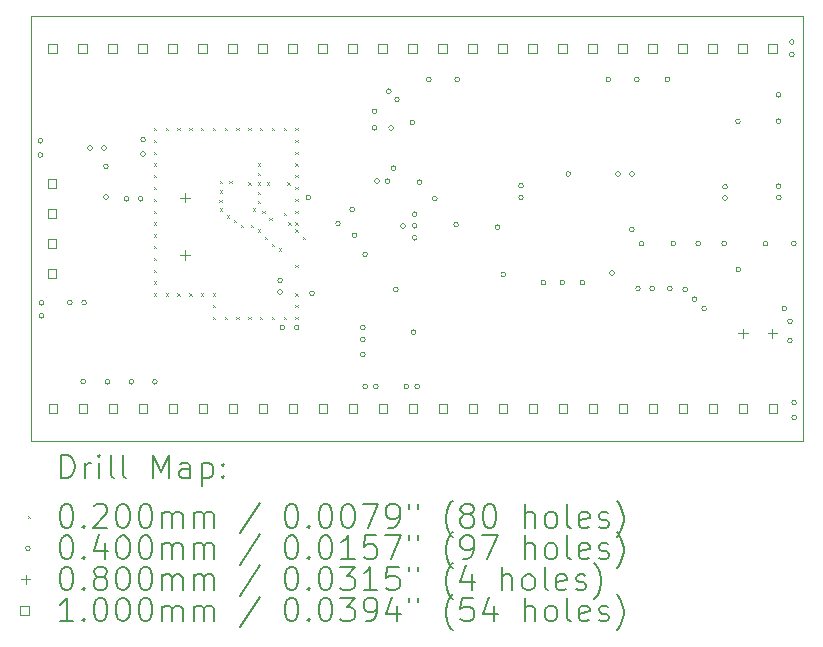
<source format=gbr>
%TF.GenerationSoftware,KiCad,Pcbnew,8.0.1*%
%TF.CreationDate,2024-03-27T10:15:29-03:00*%
%TF.ProjectId,CPU Stm32G431,43505520-5374-46d3-9332-473433312e6b,rev?*%
%TF.SameCoordinates,Original*%
%TF.FileFunction,Drillmap*%
%TF.FilePolarity,Positive*%
%FSLAX45Y45*%
G04 Gerber Fmt 4.5, Leading zero omitted, Abs format (unit mm)*
G04 Created by KiCad (PCBNEW 8.0.1) date 2024-03-27 10:15:29*
%MOMM*%
%LPD*%
G01*
G04 APERTURE LIST*
%ADD10C,0.100000*%
%ADD11C,0.200000*%
G04 APERTURE END LIST*
D10*
X18288000Y-8640000D02*
X18288000Y-12239000D01*
X11750000Y-8641000D02*
X18288000Y-8640000D01*
X18288000Y-12239000D02*
X11750000Y-12240000D01*
X11750000Y-12240000D02*
X11750000Y-8641000D01*
D11*
D10*
X12790000Y-9590000D02*
X12810000Y-9610000D01*
X12810000Y-9590000D02*
X12790000Y-9610000D01*
X12790000Y-9690000D02*
X12810000Y-9710000D01*
X12810000Y-9690000D02*
X12790000Y-9710000D01*
X12790000Y-9790000D02*
X12810000Y-9810000D01*
X12810000Y-9790000D02*
X12790000Y-9810000D01*
X12790000Y-9890000D02*
X12810000Y-9910000D01*
X12810000Y-9890000D02*
X12790000Y-9910000D01*
X12790000Y-9990000D02*
X12810000Y-10010000D01*
X12810000Y-9990000D02*
X12790000Y-10010000D01*
X12790000Y-10090000D02*
X12810000Y-10110000D01*
X12810000Y-10090000D02*
X12790000Y-10110000D01*
X12790000Y-10190000D02*
X12810000Y-10210000D01*
X12810000Y-10190000D02*
X12790000Y-10210000D01*
X12790000Y-10290000D02*
X12810000Y-10310000D01*
X12810000Y-10290000D02*
X12790000Y-10310000D01*
X12790000Y-10390000D02*
X12810000Y-10410000D01*
X12810000Y-10390000D02*
X12790000Y-10410000D01*
X12790000Y-10490000D02*
X12810000Y-10510000D01*
X12810000Y-10490000D02*
X12790000Y-10510000D01*
X12790000Y-10590000D02*
X12810000Y-10610000D01*
X12810000Y-10590000D02*
X12790000Y-10610000D01*
X12790000Y-10690000D02*
X12810000Y-10710000D01*
X12810000Y-10690000D02*
X12790000Y-10710000D01*
X12790000Y-10790000D02*
X12810000Y-10810000D01*
X12810000Y-10790000D02*
X12790000Y-10810000D01*
X12790000Y-10890000D02*
X12810000Y-10910000D01*
X12810000Y-10890000D02*
X12790000Y-10910000D01*
X12790000Y-10990000D02*
X12810000Y-11010000D01*
X12810000Y-10990000D02*
X12790000Y-11010000D01*
X12890000Y-9590000D02*
X12910000Y-9610000D01*
X12910000Y-9590000D02*
X12890000Y-9610000D01*
X12890000Y-10990000D02*
X12910000Y-11010000D01*
X12910000Y-10990000D02*
X12890000Y-11010000D01*
X12990000Y-9590000D02*
X13010000Y-9610000D01*
X13010000Y-9590000D02*
X12990000Y-9610000D01*
X12990000Y-10990000D02*
X13010000Y-11010000D01*
X13010000Y-10990000D02*
X12990000Y-11010000D01*
X13090000Y-9590000D02*
X13110000Y-9610000D01*
X13110000Y-9590000D02*
X13090000Y-9610000D01*
X13090000Y-10990000D02*
X13110000Y-11010000D01*
X13110000Y-10990000D02*
X13090000Y-11010000D01*
X13190000Y-9590000D02*
X13210000Y-9610000D01*
X13210000Y-9590000D02*
X13190000Y-9610000D01*
X13190000Y-10990000D02*
X13210000Y-11010000D01*
X13210000Y-10990000D02*
X13190000Y-11010000D01*
X13290000Y-9590000D02*
X13310000Y-9610000D01*
X13310000Y-9590000D02*
X13290000Y-9610000D01*
X13290000Y-10990000D02*
X13310000Y-11010000D01*
X13310000Y-10990000D02*
X13290000Y-11010000D01*
X13290000Y-11090000D02*
X13310000Y-11110000D01*
X13310000Y-11090000D02*
X13290000Y-11110000D01*
X13290000Y-11190000D02*
X13310000Y-11210000D01*
X13310000Y-11190000D02*
X13290000Y-11210000D01*
X13345425Y-10200851D02*
X13365425Y-10220851D01*
X13365425Y-10200851D02*
X13345425Y-10220851D01*
X13350000Y-10040000D02*
X13370000Y-10060000D01*
X13370000Y-10040000D02*
X13350000Y-10060000D01*
X13350000Y-10120000D02*
X13370000Y-10140000D01*
X13370000Y-10120000D02*
X13350000Y-10140000D01*
X13350000Y-10270000D02*
X13370000Y-10290000D01*
X13370000Y-10270000D02*
X13350000Y-10290000D01*
X13390000Y-9590000D02*
X13410000Y-9610000D01*
X13410000Y-9590000D02*
X13390000Y-9610000D01*
X13390000Y-11190000D02*
X13410000Y-11210000D01*
X13410000Y-11190000D02*
X13390000Y-11210000D01*
X13410000Y-10330000D02*
X13430000Y-10350000D01*
X13430000Y-10330000D02*
X13410000Y-10350000D01*
X13430000Y-10040000D02*
X13450000Y-10060000D01*
X13450000Y-10040000D02*
X13430000Y-10060000D01*
X13470000Y-10370000D02*
X13490000Y-10390000D01*
X13490000Y-10370000D02*
X13470000Y-10390000D01*
X13490000Y-9590000D02*
X13510000Y-9610000D01*
X13510000Y-9590000D02*
X13490000Y-9610000D01*
X13490000Y-11190000D02*
X13510000Y-11210000D01*
X13510000Y-11190000D02*
X13490000Y-11210000D01*
X13530000Y-10410000D02*
X13550000Y-10430000D01*
X13550000Y-10410000D02*
X13530000Y-10430000D01*
X13590000Y-9590000D02*
X13610000Y-9610000D01*
X13610000Y-9590000D02*
X13590000Y-9610000D01*
X13590000Y-10050000D02*
X13610000Y-10070000D01*
X13610000Y-10050000D02*
X13590000Y-10070000D01*
X13590000Y-11190000D02*
X13610000Y-11210000D01*
X13610000Y-11190000D02*
X13590000Y-11210000D01*
X13610000Y-10410000D02*
X13630000Y-10430000D01*
X13630000Y-10410000D02*
X13610000Y-10430000D01*
X13630000Y-10270000D02*
X13650000Y-10290000D01*
X13650000Y-10270000D02*
X13630000Y-10290000D01*
X13670000Y-9890000D02*
X13690000Y-9910000D01*
X13690000Y-9890000D02*
X13670000Y-9910000D01*
X13670000Y-9970000D02*
X13690000Y-9990000D01*
X13690000Y-9970000D02*
X13670000Y-9990000D01*
X13670000Y-10050000D02*
X13690000Y-10070000D01*
X13690000Y-10050000D02*
X13670000Y-10070000D01*
X13670000Y-10130000D02*
X13690000Y-10150000D01*
X13690000Y-10130000D02*
X13670000Y-10150000D01*
X13670000Y-10210000D02*
X13690000Y-10230000D01*
X13690000Y-10210000D02*
X13670000Y-10230000D01*
X13670000Y-10450000D02*
X13690000Y-10470000D01*
X13690000Y-10450000D02*
X13670000Y-10470000D01*
X13690000Y-9590000D02*
X13710000Y-9610000D01*
X13710000Y-9590000D02*
X13690000Y-9610000D01*
X13690000Y-11190000D02*
X13710000Y-11210000D01*
X13710000Y-11190000D02*
X13690000Y-11210000D01*
X13710000Y-10290000D02*
X13730000Y-10310000D01*
X13730000Y-10290000D02*
X13710000Y-10310000D01*
X13730000Y-10510000D02*
X13750000Y-10530000D01*
X13750000Y-10510000D02*
X13730000Y-10530000D01*
X13750000Y-10050000D02*
X13770000Y-10070000D01*
X13770000Y-10050000D02*
X13750000Y-10070000D01*
X13770000Y-10350000D02*
X13790000Y-10370000D01*
X13790000Y-10350000D02*
X13770000Y-10370000D01*
X13790000Y-9590000D02*
X13810000Y-9610000D01*
X13810000Y-9590000D02*
X13790000Y-9610000D01*
X13790000Y-10570000D02*
X13810000Y-10590000D01*
X13810000Y-10570000D02*
X13790000Y-10590000D01*
X13790000Y-11190000D02*
X13810000Y-11210000D01*
X13810000Y-11190000D02*
X13790000Y-11210000D01*
X13850000Y-10610000D02*
X13870000Y-10630000D01*
X13870000Y-10610000D02*
X13850000Y-10630000D01*
X13890000Y-9590000D02*
X13910000Y-9610000D01*
X13910000Y-9590000D02*
X13890000Y-9610000D01*
X13890000Y-10310000D02*
X13910000Y-10330000D01*
X13910000Y-10310000D02*
X13890000Y-10330000D01*
X13890000Y-11190000D02*
X13910000Y-11210000D01*
X13910000Y-11190000D02*
X13890000Y-11210000D01*
X13920000Y-10050000D02*
X13940000Y-10070000D01*
X13940000Y-10050000D02*
X13920000Y-10070000D01*
X13930000Y-10390000D02*
X13950000Y-10410000D01*
X13950000Y-10390000D02*
X13930000Y-10410000D01*
X13990000Y-9590000D02*
X14010000Y-9610000D01*
X14010000Y-9590000D02*
X13990000Y-9610000D01*
X13990000Y-9690000D02*
X14010000Y-9710000D01*
X14010000Y-9690000D02*
X13990000Y-9710000D01*
X13990000Y-9790000D02*
X14010000Y-9810000D01*
X14010000Y-9790000D02*
X13990000Y-9810000D01*
X13990000Y-9890000D02*
X14010000Y-9910000D01*
X14010000Y-9890000D02*
X13990000Y-9910000D01*
X13990000Y-9990000D02*
X14010000Y-10010000D01*
X14010000Y-9990000D02*
X13990000Y-10010000D01*
X13990000Y-10090000D02*
X14010000Y-10110000D01*
X14010000Y-10090000D02*
X13990000Y-10110000D01*
X13990000Y-10190000D02*
X14010000Y-10210000D01*
X14010000Y-10190000D02*
X13990000Y-10210000D01*
X13990000Y-10290000D02*
X14010000Y-10310000D01*
X14010000Y-10290000D02*
X13990000Y-10310000D01*
X13990000Y-10390000D02*
X14010000Y-10410000D01*
X14010000Y-10390000D02*
X13990000Y-10410000D01*
X13990000Y-10450000D02*
X14010000Y-10470000D01*
X14010000Y-10450000D02*
X13990000Y-10470000D01*
X13990000Y-10750000D02*
X14010000Y-10770000D01*
X14010000Y-10750000D02*
X13990000Y-10770000D01*
X13990000Y-10990000D02*
X14010000Y-11010000D01*
X14010000Y-10990000D02*
X13990000Y-11010000D01*
X13990000Y-11090000D02*
X14010000Y-11110000D01*
X14010000Y-11090000D02*
X13990000Y-11110000D01*
X13990000Y-11190000D02*
X14010000Y-11210000D01*
X14010000Y-11190000D02*
X13990000Y-11210000D01*
X14050000Y-10510000D02*
X14070000Y-10530000D01*
X14070000Y-10510000D02*
X14050000Y-10530000D01*
X11850000Y-9700000D02*
G75*
G02*
X11810000Y-9700000I-20000J0D01*
G01*
X11810000Y-9700000D02*
G75*
G02*
X11850000Y-9700000I20000J0D01*
G01*
X11850000Y-9820000D02*
G75*
G02*
X11810000Y-9820000I-20000J0D01*
G01*
X11810000Y-9820000D02*
G75*
G02*
X11850000Y-9820000I20000J0D01*
G01*
X11860000Y-11070000D02*
G75*
G02*
X11820000Y-11070000I-20000J0D01*
G01*
X11820000Y-11070000D02*
G75*
G02*
X11860000Y-11070000I20000J0D01*
G01*
X11860000Y-11180000D02*
G75*
G02*
X11820000Y-11180000I-20000J0D01*
G01*
X11820000Y-11180000D02*
G75*
G02*
X11860000Y-11180000I20000J0D01*
G01*
X12100000Y-11070000D02*
G75*
G02*
X12060000Y-11070000I-20000J0D01*
G01*
X12060000Y-11070000D02*
G75*
G02*
X12100000Y-11070000I20000J0D01*
G01*
X12212500Y-11737500D02*
G75*
G02*
X12172500Y-11737500I-20000J0D01*
G01*
X12172500Y-11737500D02*
G75*
G02*
X12212500Y-11737500I20000J0D01*
G01*
X12220000Y-11070000D02*
G75*
G02*
X12180000Y-11070000I-20000J0D01*
G01*
X12180000Y-11070000D02*
G75*
G02*
X12220000Y-11070000I20000J0D01*
G01*
X12270000Y-9760000D02*
G75*
G02*
X12230000Y-9760000I-20000J0D01*
G01*
X12230000Y-9760000D02*
G75*
G02*
X12270000Y-9760000I20000J0D01*
G01*
X12390000Y-9760000D02*
G75*
G02*
X12350000Y-9760000I-20000J0D01*
G01*
X12350000Y-9760000D02*
G75*
G02*
X12390000Y-9760000I20000J0D01*
G01*
X12405000Y-9915000D02*
G75*
G02*
X12365000Y-9915000I-20000J0D01*
G01*
X12365000Y-9915000D02*
G75*
G02*
X12405000Y-9915000I20000J0D01*
G01*
X12405000Y-10175000D02*
G75*
G02*
X12365000Y-10175000I-20000J0D01*
G01*
X12365000Y-10175000D02*
G75*
G02*
X12405000Y-10175000I20000J0D01*
G01*
X12420000Y-11740000D02*
G75*
G02*
X12380000Y-11740000I-20000J0D01*
G01*
X12380000Y-11740000D02*
G75*
G02*
X12420000Y-11740000I20000J0D01*
G01*
X12580000Y-10190000D02*
G75*
G02*
X12540000Y-10190000I-20000J0D01*
G01*
X12540000Y-10190000D02*
G75*
G02*
X12580000Y-10190000I20000J0D01*
G01*
X12620000Y-11740000D02*
G75*
G02*
X12580000Y-11740000I-20000J0D01*
G01*
X12580000Y-11740000D02*
G75*
G02*
X12620000Y-11740000I20000J0D01*
G01*
X12700000Y-10190000D02*
G75*
G02*
X12660000Y-10190000I-20000J0D01*
G01*
X12660000Y-10190000D02*
G75*
G02*
X12700000Y-10190000I20000J0D01*
G01*
X12720000Y-9690000D02*
G75*
G02*
X12680000Y-9690000I-20000J0D01*
G01*
X12680000Y-9690000D02*
G75*
G02*
X12720000Y-9690000I20000J0D01*
G01*
X12720000Y-9810000D02*
G75*
G02*
X12680000Y-9810000I-20000J0D01*
G01*
X12680000Y-9810000D02*
G75*
G02*
X12720000Y-9810000I20000J0D01*
G01*
X12820000Y-11740000D02*
G75*
G02*
X12780000Y-11740000I-20000J0D01*
G01*
X12780000Y-11740000D02*
G75*
G02*
X12820000Y-11740000I20000J0D01*
G01*
X13880000Y-10880050D02*
G75*
G02*
X13840000Y-10880050I-20000J0D01*
G01*
X13840000Y-10880050D02*
G75*
G02*
X13880000Y-10880050I20000J0D01*
G01*
X13880000Y-10980000D02*
G75*
G02*
X13840000Y-10980000I-20000J0D01*
G01*
X13840000Y-10980000D02*
G75*
G02*
X13880000Y-10980000I20000J0D01*
G01*
X13900000Y-11280000D02*
G75*
G02*
X13860000Y-11280000I-20000J0D01*
G01*
X13860000Y-11280000D02*
G75*
G02*
X13900000Y-11280000I20000J0D01*
G01*
X14020000Y-11280000D02*
G75*
G02*
X13980000Y-11280000I-20000J0D01*
G01*
X13980000Y-11280000D02*
G75*
G02*
X14020000Y-11280000I20000J0D01*
G01*
X14120000Y-10180000D02*
G75*
G02*
X14080000Y-10180000I-20000J0D01*
G01*
X14080000Y-10180000D02*
G75*
G02*
X14120000Y-10180000I20000J0D01*
G01*
X14150000Y-10990000D02*
G75*
G02*
X14110000Y-10990000I-20000J0D01*
G01*
X14110000Y-10990000D02*
G75*
G02*
X14150000Y-10990000I20000J0D01*
G01*
X14370000Y-10400000D02*
G75*
G02*
X14330000Y-10400000I-20000J0D01*
G01*
X14330000Y-10400000D02*
G75*
G02*
X14370000Y-10400000I20000J0D01*
G01*
X14490000Y-10280000D02*
G75*
G02*
X14450000Y-10280000I-20000J0D01*
G01*
X14450000Y-10280000D02*
G75*
G02*
X14490000Y-10280000I20000J0D01*
G01*
X14510000Y-10500000D02*
G75*
G02*
X14470000Y-10500000I-20000J0D01*
G01*
X14470000Y-10500000D02*
G75*
G02*
X14510000Y-10500000I20000J0D01*
G01*
X14580000Y-11280000D02*
G75*
G02*
X14540000Y-11280000I-20000J0D01*
G01*
X14540000Y-11280000D02*
G75*
G02*
X14580000Y-11280000I20000J0D01*
G01*
X14580000Y-11380000D02*
G75*
G02*
X14540000Y-11380000I-20000J0D01*
G01*
X14540000Y-11380000D02*
G75*
G02*
X14580000Y-11380000I20000J0D01*
G01*
X14580000Y-11510000D02*
G75*
G02*
X14540000Y-11510000I-20000J0D01*
G01*
X14540000Y-11510000D02*
G75*
G02*
X14580000Y-11510000I20000J0D01*
G01*
X14600000Y-10660000D02*
G75*
G02*
X14560000Y-10660000I-20000J0D01*
G01*
X14560000Y-10660000D02*
G75*
G02*
X14600000Y-10660000I20000J0D01*
G01*
X14600000Y-11780000D02*
G75*
G02*
X14560000Y-11780000I-20000J0D01*
G01*
X14560000Y-11780000D02*
G75*
G02*
X14600000Y-11780000I20000J0D01*
G01*
X14680000Y-9450000D02*
G75*
G02*
X14640000Y-9450000I-20000J0D01*
G01*
X14640000Y-9450000D02*
G75*
G02*
X14680000Y-9450000I20000J0D01*
G01*
X14680000Y-9590000D02*
G75*
G02*
X14640000Y-9590000I-20000J0D01*
G01*
X14640000Y-9590000D02*
G75*
G02*
X14680000Y-9590000I20000J0D01*
G01*
X14690000Y-11780000D02*
G75*
G02*
X14650000Y-11780000I-20000J0D01*
G01*
X14650000Y-11780000D02*
G75*
G02*
X14690000Y-11780000I20000J0D01*
G01*
X14700000Y-10040000D02*
G75*
G02*
X14660000Y-10040000I-20000J0D01*
G01*
X14660000Y-10040000D02*
G75*
G02*
X14700000Y-10040000I20000J0D01*
G01*
X14790000Y-10040000D02*
G75*
G02*
X14750000Y-10040000I-20000J0D01*
G01*
X14750000Y-10040000D02*
G75*
G02*
X14790000Y-10040000I20000J0D01*
G01*
X14800000Y-9280000D02*
G75*
G02*
X14760000Y-9280000I-20000J0D01*
G01*
X14760000Y-9280000D02*
G75*
G02*
X14800000Y-9280000I20000J0D01*
G01*
X14820000Y-9590000D02*
G75*
G02*
X14780000Y-9590000I-20000J0D01*
G01*
X14780000Y-9590000D02*
G75*
G02*
X14820000Y-9590000I20000J0D01*
G01*
X14840000Y-9930000D02*
G75*
G02*
X14800000Y-9930000I-20000J0D01*
G01*
X14800000Y-9930000D02*
G75*
G02*
X14840000Y-9930000I20000J0D01*
G01*
X14860000Y-10960000D02*
G75*
G02*
X14820000Y-10960000I-20000J0D01*
G01*
X14820000Y-10960000D02*
G75*
G02*
X14860000Y-10960000I20000J0D01*
G01*
X14870000Y-9350000D02*
G75*
G02*
X14830000Y-9350000I-20000J0D01*
G01*
X14830000Y-9350000D02*
G75*
G02*
X14870000Y-9350000I20000J0D01*
G01*
X14920000Y-10420000D02*
G75*
G02*
X14880000Y-10420000I-20000J0D01*
G01*
X14880000Y-10420000D02*
G75*
G02*
X14920000Y-10420000I20000J0D01*
G01*
X14950000Y-11780000D02*
G75*
G02*
X14910000Y-11780000I-20000J0D01*
G01*
X14910000Y-11780000D02*
G75*
G02*
X14950000Y-11780000I20000J0D01*
G01*
X15000000Y-9543750D02*
G75*
G02*
X14960000Y-9543750I-20000J0D01*
G01*
X14960000Y-9543750D02*
G75*
G02*
X15000000Y-9543750I20000J0D01*
G01*
X15010000Y-11320000D02*
G75*
G02*
X14970000Y-11320000I-20000J0D01*
G01*
X14970000Y-11320000D02*
G75*
G02*
X15010000Y-11320000I20000J0D01*
G01*
X15020000Y-10320000D02*
G75*
G02*
X14980000Y-10320000I-20000J0D01*
G01*
X14980000Y-10320000D02*
G75*
G02*
X15020000Y-10320000I20000J0D01*
G01*
X15020000Y-10420000D02*
G75*
G02*
X14980000Y-10420000I-20000J0D01*
G01*
X14980000Y-10420000D02*
G75*
G02*
X15020000Y-10420000I20000J0D01*
G01*
X15020000Y-10520000D02*
G75*
G02*
X14980000Y-10520000I-20000J0D01*
G01*
X14980000Y-10520000D02*
G75*
G02*
X15020000Y-10520000I20000J0D01*
G01*
X15040000Y-11780000D02*
G75*
G02*
X15000000Y-11780000I-20000J0D01*
G01*
X15000000Y-11780000D02*
G75*
G02*
X15040000Y-11780000I20000J0D01*
G01*
X15060000Y-10050000D02*
G75*
G02*
X15020000Y-10050000I-20000J0D01*
G01*
X15020000Y-10050000D02*
G75*
G02*
X15060000Y-10050000I20000J0D01*
G01*
X15140000Y-9180000D02*
G75*
G02*
X15100000Y-9180000I-20000J0D01*
G01*
X15100000Y-9180000D02*
G75*
G02*
X15140000Y-9180000I20000J0D01*
G01*
X15190000Y-10190000D02*
G75*
G02*
X15150000Y-10190000I-20000J0D01*
G01*
X15150000Y-10190000D02*
G75*
G02*
X15190000Y-10190000I20000J0D01*
G01*
X15370000Y-10410000D02*
G75*
G02*
X15330000Y-10410000I-20000J0D01*
G01*
X15330000Y-10410000D02*
G75*
G02*
X15370000Y-10410000I20000J0D01*
G01*
X15380000Y-9180000D02*
G75*
G02*
X15340000Y-9180000I-20000J0D01*
G01*
X15340000Y-9180000D02*
G75*
G02*
X15380000Y-9180000I20000J0D01*
G01*
X15720000Y-10430000D02*
G75*
G02*
X15680000Y-10430000I-20000J0D01*
G01*
X15680000Y-10430000D02*
G75*
G02*
X15720000Y-10430000I20000J0D01*
G01*
X15770000Y-10830000D02*
G75*
G02*
X15730000Y-10830000I-20000J0D01*
G01*
X15730000Y-10830000D02*
G75*
G02*
X15770000Y-10830000I20000J0D01*
G01*
X15920000Y-10080000D02*
G75*
G02*
X15880000Y-10080000I-20000J0D01*
G01*
X15880000Y-10080000D02*
G75*
G02*
X15920000Y-10080000I20000J0D01*
G01*
X15920000Y-10180000D02*
G75*
G02*
X15880000Y-10180000I-20000J0D01*
G01*
X15880000Y-10180000D02*
G75*
G02*
X15920000Y-10180000I20000J0D01*
G01*
X16110000Y-10900000D02*
G75*
G02*
X16070000Y-10900000I-20000J0D01*
G01*
X16070000Y-10900000D02*
G75*
G02*
X16110000Y-10900000I20000J0D01*
G01*
X16270000Y-10900000D02*
G75*
G02*
X16230000Y-10900000I-20000J0D01*
G01*
X16230000Y-10900000D02*
G75*
G02*
X16270000Y-10900000I20000J0D01*
G01*
X16320000Y-9980000D02*
G75*
G02*
X16280000Y-9980000I-20000J0D01*
G01*
X16280000Y-9980000D02*
G75*
G02*
X16320000Y-9980000I20000J0D01*
G01*
X16440000Y-10900000D02*
G75*
G02*
X16400000Y-10900000I-20000J0D01*
G01*
X16400000Y-10900000D02*
G75*
G02*
X16440000Y-10900000I20000J0D01*
G01*
X16660000Y-9180000D02*
G75*
G02*
X16620000Y-9180000I-20000J0D01*
G01*
X16620000Y-9180000D02*
G75*
G02*
X16660000Y-9180000I20000J0D01*
G01*
X16690000Y-10820000D02*
G75*
G02*
X16650000Y-10820000I-20000J0D01*
G01*
X16650000Y-10820000D02*
G75*
G02*
X16690000Y-10820000I20000J0D01*
G01*
X16740000Y-9980000D02*
G75*
G02*
X16700000Y-9980000I-20000J0D01*
G01*
X16700000Y-9980000D02*
G75*
G02*
X16740000Y-9980000I20000J0D01*
G01*
X16858000Y-10452000D02*
G75*
G02*
X16818000Y-10452000I-20000J0D01*
G01*
X16818000Y-10452000D02*
G75*
G02*
X16858000Y-10452000I20000J0D01*
G01*
X16860000Y-9980000D02*
G75*
G02*
X16820000Y-9980000I-20000J0D01*
G01*
X16820000Y-9980000D02*
G75*
G02*
X16860000Y-9980000I20000J0D01*
G01*
X16900000Y-9180000D02*
G75*
G02*
X16860000Y-9180000I-20000J0D01*
G01*
X16860000Y-9180000D02*
G75*
G02*
X16900000Y-9180000I20000J0D01*
G01*
X16910000Y-10950000D02*
G75*
G02*
X16870000Y-10950000I-20000J0D01*
G01*
X16870000Y-10950000D02*
G75*
G02*
X16910000Y-10950000I20000J0D01*
G01*
X16940000Y-10570000D02*
G75*
G02*
X16900000Y-10570000I-20000J0D01*
G01*
X16900000Y-10570000D02*
G75*
G02*
X16940000Y-10570000I20000J0D01*
G01*
X17030000Y-10950000D02*
G75*
G02*
X16990000Y-10950000I-20000J0D01*
G01*
X16990000Y-10950000D02*
G75*
G02*
X17030000Y-10950000I20000J0D01*
G01*
X17160000Y-9180000D02*
G75*
G02*
X17120000Y-9180000I-20000J0D01*
G01*
X17120000Y-9180000D02*
G75*
G02*
X17160000Y-9180000I20000J0D01*
G01*
X17180000Y-10950000D02*
G75*
G02*
X17140000Y-10950000I-20000J0D01*
G01*
X17140000Y-10950000D02*
G75*
G02*
X17180000Y-10950000I20000J0D01*
G01*
X17210000Y-10570000D02*
G75*
G02*
X17170000Y-10570000I-20000J0D01*
G01*
X17170000Y-10570000D02*
G75*
G02*
X17210000Y-10570000I20000J0D01*
G01*
X17310000Y-10960000D02*
G75*
G02*
X17270000Y-10960000I-20000J0D01*
G01*
X17270000Y-10960000D02*
G75*
G02*
X17310000Y-10960000I20000J0D01*
G01*
X17390000Y-11040000D02*
G75*
G02*
X17350000Y-11040000I-20000J0D01*
G01*
X17350000Y-11040000D02*
G75*
G02*
X17390000Y-11040000I20000J0D01*
G01*
X17420000Y-10570000D02*
G75*
G02*
X17380000Y-10570000I-20000J0D01*
G01*
X17380000Y-10570000D02*
G75*
G02*
X17420000Y-10570000I20000J0D01*
G01*
X17470000Y-11120000D02*
G75*
G02*
X17430000Y-11120000I-20000J0D01*
G01*
X17430000Y-11120000D02*
G75*
G02*
X17470000Y-11120000I20000J0D01*
G01*
X17640000Y-10570000D02*
G75*
G02*
X17600000Y-10570000I-20000J0D01*
G01*
X17600000Y-10570000D02*
G75*
G02*
X17640000Y-10570000I20000J0D01*
G01*
X17647000Y-10089000D02*
G75*
G02*
X17607000Y-10089000I-20000J0D01*
G01*
X17607000Y-10089000D02*
G75*
G02*
X17647000Y-10089000I20000J0D01*
G01*
X17647000Y-10184500D02*
G75*
G02*
X17607000Y-10184500I-20000J0D01*
G01*
X17607000Y-10184500D02*
G75*
G02*
X17647000Y-10184500I20000J0D01*
G01*
X17757000Y-9534500D02*
G75*
G02*
X17717000Y-9534500I-20000J0D01*
G01*
X17717000Y-9534500D02*
G75*
G02*
X17757000Y-9534500I20000J0D01*
G01*
X17760000Y-10790000D02*
G75*
G02*
X17720000Y-10790000I-20000J0D01*
G01*
X17720000Y-10790000D02*
G75*
G02*
X17760000Y-10790000I20000J0D01*
G01*
X17990000Y-10570000D02*
G75*
G02*
X17950000Y-10570000I-20000J0D01*
G01*
X17950000Y-10570000D02*
G75*
G02*
X17990000Y-10570000I20000J0D01*
G01*
X18099500Y-9309500D02*
G75*
G02*
X18059500Y-9309500I-20000J0D01*
G01*
X18059500Y-9309500D02*
G75*
G02*
X18099500Y-9309500I20000J0D01*
G01*
X18099500Y-9534500D02*
G75*
G02*
X18059500Y-9534500I-20000J0D01*
G01*
X18059500Y-9534500D02*
G75*
G02*
X18099500Y-9534500I20000J0D01*
G01*
X18101000Y-10084000D02*
G75*
G02*
X18061000Y-10084000I-20000J0D01*
G01*
X18061000Y-10084000D02*
G75*
G02*
X18101000Y-10084000I20000J0D01*
G01*
X18102000Y-10179500D02*
G75*
G02*
X18062000Y-10179500I-20000J0D01*
G01*
X18062000Y-10179500D02*
G75*
G02*
X18102000Y-10179500I20000J0D01*
G01*
X18150000Y-11120000D02*
G75*
G02*
X18110000Y-11120000I-20000J0D01*
G01*
X18110000Y-11120000D02*
G75*
G02*
X18150000Y-11120000I20000J0D01*
G01*
X18197000Y-11227000D02*
G75*
G02*
X18157000Y-11227000I-20000J0D01*
G01*
X18157000Y-11227000D02*
G75*
G02*
X18197000Y-11227000I20000J0D01*
G01*
X18197000Y-11392000D02*
G75*
G02*
X18157000Y-11392000I-20000J0D01*
G01*
X18157000Y-11392000D02*
G75*
G02*
X18197000Y-11392000I20000J0D01*
G01*
X18212500Y-8862500D02*
G75*
G02*
X18172500Y-8862500I-20000J0D01*
G01*
X18172500Y-8862500D02*
G75*
G02*
X18212500Y-8862500I20000J0D01*
G01*
X18212500Y-8970000D02*
G75*
G02*
X18172500Y-8970000I-20000J0D01*
G01*
X18172500Y-8970000D02*
G75*
G02*
X18212500Y-8970000I20000J0D01*
G01*
X18230000Y-10570000D02*
G75*
G02*
X18190000Y-10570000I-20000J0D01*
G01*
X18190000Y-10570000D02*
G75*
G02*
X18230000Y-10570000I20000J0D01*
G01*
X18232000Y-11917000D02*
G75*
G02*
X18192000Y-11917000I-20000J0D01*
G01*
X18192000Y-11917000D02*
G75*
G02*
X18232000Y-11917000I20000J0D01*
G01*
X18232000Y-12042000D02*
G75*
G02*
X18192000Y-12042000I-20000J0D01*
G01*
X18192000Y-12042000D02*
G75*
G02*
X18232000Y-12042000I20000J0D01*
G01*
X13055000Y-10140000D02*
X13055000Y-10220000D01*
X13015000Y-10180000D02*
X13095000Y-10180000D01*
X13055000Y-10628000D02*
X13055000Y-10708000D01*
X13015000Y-10668000D02*
X13095000Y-10668000D01*
X17777489Y-11290000D02*
X17777489Y-11370000D01*
X17737489Y-11330000D02*
X17817489Y-11330000D01*
X18027489Y-11290000D02*
X18027489Y-11370000D01*
X17987489Y-11330000D02*
X18067489Y-11330000D01*
X11965356Y-10097356D02*
X11965356Y-10026644D01*
X11894644Y-10026644D01*
X11894644Y-10097356D01*
X11965356Y-10097356D01*
X11965356Y-10351356D02*
X11965356Y-10280644D01*
X11894644Y-10280644D01*
X11894644Y-10351356D01*
X11965356Y-10351356D01*
X11965356Y-10605356D02*
X11965356Y-10534644D01*
X11894644Y-10534644D01*
X11894644Y-10605356D01*
X11965356Y-10605356D01*
X11965356Y-10859356D02*
X11965356Y-10788644D01*
X11894644Y-10788644D01*
X11894644Y-10859356D01*
X11965356Y-10859356D01*
X11969356Y-8954356D02*
X11969356Y-8883644D01*
X11898644Y-8883644D01*
X11898644Y-8954356D01*
X11969356Y-8954356D01*
X11970356Y-12002356D02*
X11970356Y-11931644D01*
X11899644Y-11931644D01*
X11899644Y-12002356D01*
X11970356Y-12002356D01*
X12223356Y-8954356D02*
X12223356Y-8883644D01*
X12152644Y-8883644D01*
X12152644Y-8954356D01*
X12223356Y-8954356D01*
X12224356Y-12002356D02*
X12224356Y-11931644D01*
X12153644Y-11931644D01*
X12153644Y-12002356D01*
X12224356Y-12002356D01*
X12477356Y-8954356D02*
X12477356Y-8883644D01*
X12406644Y-8883644D01*
X12406644Y-8954356D01*
X12477356Y-8954356D01*
X12478356Y-12002356D02*
X12478356Y-11931644D01*
X12407644Y-11931644D01*
X12407644Y-12002356D01*
X12478356Y-12002356D01*
X12731356Y-8954356D02*
X12731356Y-8883644D01*
X12660644Y-8883644D01*
X12660644Y-8954356D01*
X12731356Y-8954356D01*
X12732356Y-12002356D02*
X12732356Y-11931644D01*
X12661644Y-11931644D01*
X12661644Y-12002356D01*
X12732356Y-12002356D01*
X12985356Y-8954356D02*
X12985356Y-8883644D01*
X12914644Y-8883644D01*
X12914644Y-8954356D01*
X12985356Y-8954356D01*
X12986356Y-12002356D02*
X12986356Y-11931644D01*
X12915644Y-11931644D01*
X12915644Y-12002356D01*
X12986356Y-12002356D01*
X13239356Y-8954356D02*
X13239356Y-8883644D01*
X13168644Y-8883644D01*
X13168644Y-8954356D01*
X13239356Y-8954356D01*
X13240356Y-12002356D02*
X13240356Y-11931644D01*
X13169644Y-11931644D01*
X13169644Y-12002356D01*
X13240356Y-12002356D01*
X13493356Y-8954356D02*
X13493356Y-8883644D01*
X13422644Y-8883644D01*
X13422644Y-8954356D01*
X13493356Y-8954356D01*
X13494356Y-12002356D02*
X13494356Y-11931644D01*
X13423644Y-11931644D01*
X13423644Y-12002356D01*
X13494356Y-12002356D01*
X13747356Y-8954356D02*
X13747356Y-8883644D01*
X13676644Y-8883644D01*
X13676644Y-8954356D01*
X13747356Y-8954356D01*
X13748356Y-12002356D02*
X13748356Y-11931644D01*
X13677644Y-11931644D01*
X13677644Y-12002356D01*
X13748356Y-12002356D01*
X14001356Y-8954356D02*
X14001356Y-8883644D01*
X13930644Y-8883644D01*
X13930644Y-8954356D01*
X14001356Y-8954356D01*
X14002356Y-12002356D02*
X14002356Y-11931644D01*
X13931644Y-11931644D01*
X13931644Y-12002356D01*
X14002356Y-12002356D01*
X14255356Y-8954356D02*
X14255356Y-8883644D01*
X14184644Y-8883644D01*
X14184644Y-8954356D01*
X14255356Y-8954356D01*
X14256356Y-12002356D02*
X14256356Y-11931644D01*
X14185644Y-11931644D01*
X14185644Y-12002356D01*
X14256356Y-12002356D01*
X14509356Y-8954356D02*
X14509356Y-8883644D01*
X14438644Y-8883644D01*
X14438644Y-8954356D01*
X14509356Y-8954356D01*
X14510356Y-12002356D02*
X14510356Y-11931644D01*
X14439644Y-11931644D01*
X14439644Y-12002356D01*
X14510356Y-12002356D01*
X14763356Y-8954356D02*
X14763356Y-8883644D01*
X14692644Y-8883644D01*
X14692644Y-8954356D01*
X14763356Y-8954356D01*
X14764356Y-12002356D02*
X14764356Y-11931644D01*
X14693644Y-11931644D01*
X14693644Y-12002356D01*
X14764356Y-12002356D01*
X15017356Y-8954356D02*
X15017356Y-8883644D01*
X14946644Y-8883644D01*
X14946644Y-8954356D01*
X15017356Y-8954356D01*
X15018356Y-12002356D02*
X15018356Y-11931644D01*
X14947644Y-11931644D01*
X14947644Y-12002356D01*
X15018356Y-12002356D01*
X15271356Y-8954356D02*
X15271356Y-8883644D01*
X15200644Y-8883644D01*
X15200644Y-8954356D01*
X15271356Y-8954356D01*
X15272356Y-12002356D02*
X15272356Y-11931644D01*
X15201644Y-11931644D01*
X15201644Y-12002356D01*
X15272356Y-12002356D01*
X15525356Y-8954356D02*
X15525356Y-8883644D01*
X15454644Y-8883644D01*
X15454644Y-8954356D01*
X15525356Y-8954356D01*
X15526356Y-12002356D02*
X15526356Y-11931644D01*
X15455644Y-11931644D01*
X15455644Y-12002356D01*
X15526356Y-12002356D01*
X15779356Y-8954356D02*
X15779356Y-8883644D01*
X15708644Y-8883644D01*
X15708644Y-8954356D01*
X15779356Y-8954356D01*
X15780356Y-12002356D02*
X15780356Y-11931644D01*
X15709644Y-11931644D01*
X15709644Y-12002356D01*
X15780356Y-12002356D01*
X16033356Y-8954356D02*
X16033356Y-8883644D01*
X15962644Y-8883644D01*
X15962644Y-8954356D01*
X16033356Y-8954356D01*
X16034356Y-12002356D02*
X16034356Y-11931644D01*
X15963644Y-11931644D01*
X15963644Y-12002356D01*
X16034356Y-12002356D01*
X16287356Y-8954356D02*
X16287356Y-8883644D01*
X16216644Y-8883644D01*
X16216644Y-8954356D01*
X16287356Y-8954356D01*
X16288356Y-12002356D02*
X16288356Y-11931644D01*
X16217644Y-11931644D01*
X16217644Y-12002356D01*
X16288356Y-12002356D01*
X16541356Y-8954356D02*
X16541356Y-8883644D01*
X16470644Y-8883644D01*
X16470644Y-8954356D01*
X16541356Y-8954356D01*
X16542356Y-12002356D02*
X16542356Y-11931644D01*
X16471644Y-11931644D01*
X16471644Y-12002356D01*
X16542356Y-12002356D01*
X16795356Y-8954356D02*
X16795356Y-8883644D01*
X16724644Y-8883644D01*
X16724644Y-8954356D01*
X16795356Y-8954356D01*
X16796356Y-12002356D02*
X16796356Y-11931644D01*
X16725644Y-11931644D01*
X16725644Y-12002356D01*
X16796356Y-12002356D01*
X17049356Y-8954356D02*
X17049356Y-8883644D01*
X16978644Y-8883644D01*
X16978644Y-8954356D01*
X17049356Y-8954356D01*
X17050356Y-12002356D02*
X17050356Y-11931644D01*
X16979644Y-11931644D01*
X16979644Y-12002356D01*
X17050356Y-12002356D01*
X17303356Y-8954356D02*
X17303356Y-8883644D01*
X17232644Y-8883644D01*
X17232644Y-8954356D01*
X17303356Y-8954356D01*
X17304356Y-12002356D02*
X17304356Y-11931644D01*
X17233644Y-11931644D01*
X17233644Y-12002356D01*
X17304356Y-12002356D01*
X17557356Y-8954356D02*
X17557356Y-8883644D01*
X17486644Y-8883644D01*
X17486644Y-8954356D01*
X17557356Y-8954356D01*
X17558356Y-12002356D02*
X17558356Y-11931644D01*
X17487644Y-11931644D01*
X17487644Y-12002356D01*
X17558356Y-12002356D01*
X17811356Y-8954356D02*
X17811356Y-8883644D01*
X17740644Y-8883644D01*
X17740644Y-8954356D01*
X17811356Y-8954356D01*
X17812356Y-12002356D02*
X17812356Y-11931644D01*
X17741644Y-11931644D01*
X17741644Y-12002356D01*
X17812356Y-12002356D01*
X18065356Y-8954356D02*
X18065356Y-8883644D01*
X17994644Y-8883644D01*
X17994644Y-8954356D01*
X18065356Y-8954356D01*
X18066356Y-12002356D02*
X18066356Y-11931644D01*
X17995644Y-11931644D01*
X17995644Y-12002356D01*
X18066356Y-12002356D01*
D11*
X12005777Y-12556484D02*
X12005777Y-12356484D01*
X12005777Y-12356484D02*
X12053396Y-12356484D01*
X12053396Y-12356484D02*
X12081967Y-12366008D01*
X12081967Y-12366008D02*
X12101015Y-12385055D01*
X12101015Y-12385055D02*
X12110539Y-12404103D01*
X12110539Y-12404103D02*
X12120062Y-12442198D01*
X12120062Y-12442198D02*
X12120062Y-12470769D01*
X12120062Y-12470769D02*
X12110539Y-12508865D01*
X12110539Y-12508865D02*
X12101015Y-12527912D01*
X12101015Y-12527912D02*
X12081967Y-12546960D01*
X12081967Y-12546960D02*
X12053396Y-12556484D01*
X12053396Y-12556484D02*
X12005777Y-12556484D01*
X12205777Y-12556484D02*
X12205777Y-12423150D01*
X12205777Y-12461246D02*
X12215301Y-12442198D01*
X12215301Y-12442198D02*
X12224824Y-12432674D01*
X12224824Y-12432674D02*
X12243872Y-12423150D01*
X12243872Y-12423150D02*
X12262920Y-12423150D01*
X12329586Y-12556484D02*
X12329586Y-12423150D01*
X12329586Y-12356484D02*
X12320062Y-12366008D01*
X12320062Y-12366008D02*
X12329586Y-12375531D01*
X12329586Y-12375531D02*
X12339110Y-12366008D01*
X12339110Y-12366008D02*
X12329586Y-12356484D01*
X12329586Y-12356484D02*
X12329586Y-12375531D01*
X12453396Y-12556484D02*
X12434348Y-12546960D01*
X12434348Y-12546960D02*
X12424824Y-12527912D01*
X12424824Y-12527912D02*
X12424824Y-12356484D01*
X12558158Y-12556484D02*
X12539110Y-12546960D01*
X12539110Y-12546960D02*
X12529586Y-12527912D01*
X12529586Y-12527912D02*
X12529586Y-12356484D01*
X12786729Y-12556484D02*
X12786729Y-12356484D01*
X12786729Y-12356484D02*
X12853396Y-12499341D01*
X12853396Y-12499341D02*
X12920062Y-12356484D01*
X12920062Y-12356484D02*
X12920062Y-12556484D01*
X13101015Y-12556484D02*
X13101015Y-12451722D01*
X13101015Y-12451722D02*
X13091491Y-12432674D01*
X13091491Y-12432674D02*
X13072443Y-12423150D01*
X13072443Y-12423150D02*
X13034348Y-12423150D01*
X13034348Y-12423150D02*
X13015301Y-12432674D01*
X13101015Y-12546960D02*
X13081967Y-12556484D01*
X13081967Y-12556484D02*
X13034348Y-12556484D01*
X13034348Y-12556484D02*
X13015301Y-12546960D01*
X13015301Y-12546960D02*
X13005777Y-12527912D01*
X13005777Y-12527912D02*
X13005777Y-12508865D01*
X13005777Y-12508865D02*
X13015301Y-12489817D01*
X13015301Y-12489817D02*
X13034348Y-12480293D01*
X13034348Y-12480293D02*
X13081967Y-12480293D01*
X13081967Y-12480293D02*
X13101015Y-12470769D01*
X13196253Y-12423150D02*
X13196253Y-12623150D01*
X13196253Y-12432674D02*
X13215301Y-12423150D01*
X13215301Y-12423150D02*
X13253396Y-12423150D01*
X13253396Y-12423150D02*
X13272443Y-12432674D01*
X13272443Y-12432674D02*
X13281967Y-12442198D01*
X13281967Y-12442198D02*
X13291491Y-12461246D01*
X13291491Y-12461246D02*
X13291491Y-12518388D01*
X13291491Y-12518388D02*
X13281967Y-12537436D01*
X13281967Y-12537436D02*
X13272443Y-12546960D01*
X13272443Y-12546960D02*
X13253396Y-12556484D01*
X13253396Y-12556484D02*
X13215301Y-12556484D01*
X13215301Y-12556484D02*
X13196253Y-12546960D01*
X13377205Y-12537436D02*
X13386729Y-12546960D01*
X13386729Y-12546960D02*
X13377205Y-12556484D01*
X13377205Y-12556484D02*
X13367682Y-12546960D01*
X13367682Y-12546960D02*
X13377205Y-12537436D01*
X13377205Y-12537436D02*
X13377205Y-12556484D01*
X13377205Y-12432674D02*
X13386729Y-12442198D01*
X13386729Y-12442198D02*
X13377205Y-12451722D01*
X13377205Y-12451722D02*
X13367682Y-12442198D01*
X13367682Y-12442198D02*
X13377205Y-12432674D01*
X13377205Y-12432674D02*
X13377205Y-12451722D01*
D10*
X11725000Y-12875000D02*
X11745000Y-12895000D01*
X11745000Y-12875000D02*
X11725000Y-12895000D01*
D11*
X12043872Y-12776484D02*
X12062920Y-12776484D01*
X12062920Y-12776484D02*
X12081967Y-12786008D01*
X12081967Y-12786008D02*
X12091491Y-12795531D01*
X12091491Y-12795531D02*
X12101015Y-12814579D01*
X12101015Y-12814579D02*
X12110539Y-12852674D01*
X12110539Y-12852674D02*
X12110539Y-12900293D01*
X12110539Y-12900293D02*
X12101015Y-12938388D01*
X12101015Y-12938388D02*
X12091491Y-12957436D01*
X12091491Y-12957436D02*
X12081967Y-12966960D01*
X12081967Y-12966960D02*
X12062920Y-12976484D01*
X12062920Y-12976484D02*
X12043872Y-12976484D01*
X12043872Y-12976484D02*
X12024824Y-12966960D01*
X12024824Y-12966960D02*
X12015301Y-12957436D01*
X12015301Y-12957436D02*
X12005777Y-12938388D01*
X12005777Y-12938388D02*
X11996253Y-12900293D01*
X11996253Y-12900293D02*
X11996253Y-12852674D01*
X11996253Y-12852674D02*
X12005777Y-12814579D01*
X12005777Y-12814579D02*
X12015301Y-12795531D01*
X12015301Y-12795531D02*
X12024824Y-12786008D01*
X12024824Y-12786008D02*
X12043872Y-12776484D01*
X12196253Y-12957436D02*
X12205777Y-12966960D01*
X12205777Y-12966960D02*
X12196253Y-12976484D01*
X12196253Y-12976484D02*
X12186729Y-12966960D01*
X12186729Y-12966960D02*
X12196253Y-12957436D01*
X12196253Y-12957436D02*
X12196253Y-12976484D01*
X12281967Y-12795531D02*
X12291491Y-12786008D01*
X12291491Y-12786008D02*
X12310539Y-12776484D01*
X12310539Y-12776484D02*
X12358158Y-12776484D01*
X12358158Y-12776484D02*
X12377205Y-12786008D01*
X12377205Y-12786008D02*
X12386729Y-12795531D01*
X12386729Y-12795531D02*
X12396253Y-12814579D01*
X12396253Y-12814579D02*
X12396253Y-12833627D01*
X12396253Y-12833627D02*
X12386729Y-12862198D01*
X12386729Y-12862198D02*
X12272443Y-12976484D01*
X12272443Y-12976484D02*
X12396253Y-12976484D01*
X12520062Y-12776484D02*
X12539110Y-12776484D01*
X12539110Y-12776484D02*
X12558158Y-12786008D01*
X12558158Y-12786008D02*
X12567682Y-12795531D01*
X12567682Y-12795531D02*
X12577205Y-12814579D01*
X12577205Y-12814579D02*
X12586729Y-12852674D01*
X12586729Y-12852674D02*
X12586729Y-12900293D01*
X12586729Y-12900293D02*
X12577205Y-12938388D01*
X12577205Y-12938388D02*
X12567682Y-12957436D01*
X12567682Y-12957436D02*
X12558158Y-12966960D01*
X12558158Y-12966960D02*
X12539110Y-12976484D01*
X12539110Y-12976484D02*
X12520062Y-12976484D01*
X12520062Y-12976484D02*
X12501015Y-12966960D01*
X12501015Y-12966960D02*
X12491491Y-12957436D01*
X12491491Y-12957436D02*
X12481967Y-12938388D01*
X12481967Y-12938388D02*
X12472443Y-12900293D01*
X12472443Y-12900293D02*
X12472443Y-12852674D01*
X12472443Y-12852674D02*
X12481967Y-12814579D01*
X12481967Y-12814579D02*
X12491491Y-12795531D01*
X12491491Y-12795531D02*
X12501015Y-12786008D01*
X12501015Y-12786008D02*
X12520062Y-12776484D01*
X12710539Y-12776484D02*
X12729586Y-12776484D01*
X12729586Y-12776484D02*
X12748634Y-12786008D01*
X12748634Y-12786008D02*
X12758158Y-12795531D01*
X12758158Y-12795531D02*
X12767682Y-12814579D01*
X12767682Y-12814579D02*
X12777205Y-12852674D01*
X12777205Y-12852674D02*
X12777205Y-12900293D01*
X12777205Y-12900293D02*
X12767682Y-12938388D01*
X12767682Y-12938388D02*
X12758158Y-12957436D01*
X12758158Y-12957436D02*
X12748634Y-12966960D01*
X12748634Y-12966960D02*
X12729586Y-12976484D01*
X12729586Y-12976484D02*
X12710539Y-12976484D01*
X12710539Y-12976484D02*
X12691491Y-12966960D01*
X12691491Y-12966960D02*
X12681967Y-12957436D01*
X12681967Y-12957436D02*
X12672443Y-12938388D01*
X12672443Y-12938388D02*
X12662920Y-12900293D01*
X12662920Y-12900293D02*
X12662920Y-12852674D01*
X12662920Y-12852674D02*
X12672443Y-12814579D01*
X12672443Y-12814579D02*
X12681967Y-12795531D01*
X12681967Y-12795531D02*
X12691491Y-12786008D01*
X12691491Y-12786008D02*
X12710539Y-12776484D01*
X12862920Y-12976484D02*
X12862920Y-12843150D01*
X12862920Y-12862198D02*
X12872443Y-12852674D01*
X12872443Y-12852674D02*
X12891491Y-12843150D01*
X12891491Y-12843150D02*
X12920063Y-12843150D01*
X12920063Y-12843150D02*
X12939110Y-12852674D01*
X12939110Y-12852674D02*
X12948634Y-12871722D01*
X12948634Y-12871722D02*
X12948634Y-12976484D01*
X12948634Y-12871722D02*
X12958158Y-12852674D01*
X12958158Y-12852674D02*
X12977205Y-12843150D01*
X12977205Y-12843150D02*
X13005777Y-12843150D01*
X13005777Y-12843150D02*
X13024824Y-12852674D01*
X13024824Y-12852674D02*
X13034348Y-12871722D01*
X13034348Y-12871722D02*
X13034348Y-12976484D01*
X13129586Y-12976484D02*
X13129586Y-12843150D01*
X13129586Y-12862198D02*
X13139110Y-12852674D01*
X13139110Y-12852674D02*
X13158158Y-12843150D01*
X13158158Y-12843150D02*
X13186729Y-12843150D01*
X13186729Y-12843150D02*
X13205777Y-12852674D01*
X13205777Y-12852674D02*
X13215301Y-12871722D01*
X13215301Y-12871722D02*
X13215301Y-12976484D01*
X13215301Y-12871722D02*
X13224824Y-12852674D01*
X13224824Y-12852674D02*
X13243872Y-12843150D01*
X13243872Y-12843150D02*
X13272443Y-12843150D01*
X13272443Y-12843150D02*
X13291491Y-12852674D01*
X13291491Y-12852674D02*
X13301015Y-12871722D01*
X13301015Y-12871722D02*
X13301015Y-12976484D01*
X13691491Y-12766960D02*
X13520063Y-13024103D01*
X13948634Y-12776484D02*
X13967682Y-12776484D01*
X13967682Y-12776484D02*
X13986729Y-12786008D01*
X13986729Y-12786008D02*
X13996253Y-12795531D01*
X13996253Y-12795531D02*
X14005777Y-12814579D01*
X14005777Y-12814579D02*
X14015301Y-12852674D01*
X14015301Y-12852674D02*
X14015301Y-12900293D01*
X14015301Y-12900293D02*
X14005777Y-12938388D01*
X14005777Y-12938388D02*
X13996253Y-12957436D01*
X13996253Y-12957436D02*
X13986729Y-12966960D01*
X13986729Y-12966960D02*
X13967682Y-12976484D01*
X13967682Y-12976484D02*
X13948634Y-12976484D01*
X13948634Y-12976484D02*
X13929586Y-12966960D01*
X13929586Y-12966960D02*
X13920063Y-12957436D01*
X13920063Y-12957436D02*
X13910539Y-12938388D01*
X13910539Y-12938388D02*
X13901015Y-12900293D01*
X13901015Y-12900293D02*
X13901015Y-12852674D01*
X13901015Y-12852674D02*
X13910539Y-12814579D01*
X13910539Y-12814579D02*
X13920063Y-12795531D01*
X13920063Y-12795531D02*
X13929586Y-12786008D01*
X13929586Y-12786008D02*
X13948634Y-12776484D01*
X14101015Y-12957436D02*
X14110539Y-12966960D01*
X14110539Y-12966960D02*
X14101015Y-12976484D01*
X14101015Y-12976484D02*
X14091491Y-12966960D01*
X14091491Y-12966960D02*
X14101015Y-12957436D01*
X14101015Y-12957436D02*
X14101015Y-12976484D01*
X14234348Y-12776484D02*
X14253396Y-12776484D01*
X14253396Y-12776484D02*
X14272444Y-12786008D01*
X14272444Y-12786008D02*
X14281967Y-12795531D01*
X14281967Y-12795531D02*
X14291491Y-12814579D01*
X14291491Y-12814579D02*
X14301015Y-12852674D01*
X14301015Y-12852674D02*
X14301015Y-12900293D01*
X14301015Y-12900293D02*
X14291491Y-12938388D01*
X14291491Y-12938388D02*
X14281967Y-12957436D01*
X14281967Y-12957436D02*
X14272444Y-12966960D01*
X14272444Y-12966960D02*
X14253396Y-12976484D01*
X14253396Y-12976484D02*
X14234348Y-12976484D01*
X14234348Y-12976484D02*
X14215301Y-12966960D01*
X14215301Y-12966960D02*
X14205777Y-12957436D01*
X14205777Y-12957436D02*
X14196253Y-12938388D01*
X14196253Y-12938388D02*
X14186729Y-12900293D01*
X14186729Y-12900293D02*
X14186729Y-12852674D01*
X14186729Y-12852674D02*
X14196253Y-12814579D01*
X14196253Y-12814579D02*
X14205777Y-12795531D01*
X14205777Y-12795531D02*
X14215301Y-12786008D01*
X14215301Y-12786008D02*
X14234348Y-12776484D01*
X14424825Y-12776484D02*
X14443872Y-12776484D01*
X14443872Y-12776484D02*
X14462920Y-12786008D01*
X14462920Y-12786008D02*
X14472444Y-12795531D01*
X14472444Y-12795531D02*
X14481967Y-12814579D01*
X14481967Y-12814579D02*
X14491491Y-12852674D01*
X14491491Y-12852674D02*
X14491491Y-12900293D01*
X14491491Y-12900293D02*
X14481967Y-12938388D01*
X14481967Y-12938388D02*
X14472444Y-12957436D01*
X14472444Y-12957436D02*
X14462920Y-12966960D01*
X14462920Y-12966960D02*
X14443872Y-12976484D01*
X14443872Y-12976484D02*
X14424825Y-12976484D01*
X14424825Y-12976484D02*
X14405777Y-12966960D01*
X14405777Y-12966960D02*
X14396253Y-12957436D01*
X14396253Y-12957436D02*
X14386729Y-12938388D01*
X14386729Y-12938388D02*
X14377206Y-12900293D01*
X14377206Y-12900293D02*
X14377206Y-12852674D01*
X14377206Y-12852674D02*
X14386729Y-12814579D01*
X14386729Y-12814579D02*
X14396253Y-12795531D01*
X14396253Y-12795531D02*
X14405777Y-12786008D01*
X14405777Y-12786008D02*
X14424825Y-12776484D01*
X14558158Y-12776484D02*
X14691491Y-12776484D01*
X14691491Y-12776484D02*
X14605777Y-12976484D01*
X14777206Y-12976484D02*
X14815301Y-12976484D01*
X14815301Y-12976484D02*
X14834348Y-12966960D01*
X14834348Y-12966960D02*
X14843872Y-12957436D01*
X14843872Y-12957436D02*
X14862920Y-12928865D01*
X14862920Y-12928865D02*
X14872444Y-12890769D01*
X14872444Y-12890769D02*
X14872444Y-12814579D01*
X14872444Y-12814579D02*
X14862920Y-12795531D01*
X14862920Y-12795531D02*
X14853396Y-12786008D01*
X14853396Y-12786008D02*
X14834348Y-12776484D01*
X14834348Y-12776484D02*
X14796253Y-12776484D01*
X14796253Y-12776484D02*
X14777206Y-12786008D01*
X14777206Y-12786008D02*
X14767682Y-12795531D01*
X14767682Y-12795531D02*
X14758158Y-12814579D01*
X14758158Y-12814579D02*
X14758158Y-12862198D01*
X14758158Y-12862198D02*
X14767682Y-12881246D01*
X14767682Y-12881246D02*
X14777206Y-12890769D01*
X14777206Y-12890769D02*
X14796253Y-12900293D01*
X14796253Y-12900293D02*
X14834348Y-12900293D01*
X14834348Y-12900293D02*
X14853396Y-12890769D01*
X14853396Y-12890769D02*
X14862920Y-12881246D01*
X14862920Y-12881246D02*
X14872444Y-12862198D01*
X14948634Y-12776484D02*
X14948634Y-12814579D01*
X15024825Y-12776484D02*
X15024825Y-12814579D01*
X15320063Y-13052674D02*
X15310539Y-13043150D01*
X15310539Y-13043150D02*
X15291491Y-13014579D01*
X15291491Y-13014579D02*
X15281968Y-12995531D01*
X15281968Y-12995531D02*
X15272444Y-12966960D01*
X15272444Y-12966960D02*
X15262920Y-12919341D01*
X15262920Y-12919341D02*
X15262920Y-12881246D01*
X15262920Y-12881246D02*
X15272444Y-12833627D01*
X15272444Y-12833627D02*
X15281968Y-12805055D01*
X15281968Y-12805055D02*
X15291491Y-12786008D01*
X15291491Y-12786008D02*
X15310539Y-12757436D01*
X15310539Y-12757436D02*
X15320063Y-12747912D01*
X15424825Y-12862198D02*
X15405777Y-12852674D01*
X15405777Y-12852674D02*
X15396253Y-12843150D01*
X15396253Y-12843150D02*
X15386729Y-12824103D01*
X15386729Y-12824103D02*
X15386729Y-12814579D01*
X15386729Y-12814579D02*
X15396253Y-12795531D01*
X15396253Y-12795531D02*
X15405777Y-12786008D01*
X15405777Y-12786008D02*
X15424825Y-12776484D01*
X15424825Y-12776484D02*
X15462920Y-12776484D01*
X15462920Y-12776484D02*
X15481968Y-12786008D01*
X15481968Y-12786008D02*
X15491491Y-12795531D01*
X15491491Y-12795531D02*
X15501015Y-12814579D01*
X15501015Y-12814579D02*
X15501015Y-12824103D01*
X15501015Y-12824103D02*
X15491491Y-12843150D01*
X15491491Y-12843150D02*
X15481968Y-12852674D01*
X15481968Y-12852674D02*
X15462920Y-12862198D01*
X15462920Y-12862198D02*
X15424825Y-12862198D01*
X15424825Y-12862198D02*
X15405777Y-12871722D01*
X15405777Y-12871722D02*
X15396253Y-12881246D01*
X15396253Y-12881246D02*
X15386729Y-12900293D01*
X15386729Y-12900293D02*
X15386729Y-12938388D01*
X15386729Y-12938388D02*
X15396253Y-12957436D01*
X15396253Y-12957436D02*
X15405777Y-12966960D01*
X15405777Y-12966960D02*
X15424825Y-12976484D01*
X15424825Y-12976484D02*
X15462920Y-12976484D01*
X15462920Y-12976484D02*
X15481968Y-12966960D01*
X15481968Y-12966960D02*
X15491491Y-12957436D01*
X15491491Y-12957436D02*
X15501015Y-12938388D01*
X15501015Y-12938388D02*
X15501015Y-12900293D01*
X15501015Y-12900293D02*
X15491491Y-12881246D01*
X15491491Y-12881246D02*
X15481968Y-12871722D01*
X15481968Y-12871722D02*
X15462920Y-12862198D01*
X15624825Y-12776484D02*
X15643872Y-12776484D01*
X15643872Y-12776484D02*
X15662920Y-12786008D01*
X15662920Y-12786008D02*
X15672444Y-12795531D01*
X15672444Y-12795531D02*
X15681968Y-12814579D01*
X15681968Y-12814579D02*
X15691491Y-12852674D01*
X15691491Y-12852674D02*
X15691491Y-12900293D01*
X15691491Y-12900293D02*
X15681968Y-12938388D01*
X15681968Y-12938388D02*
X15672444Y-12957436D01*
X15672444Y-12957436D02*
X15662920Y-12966960D01*
X15662920Y-12966960D02*
X15643872Y-12976484D01*
X15643872Y-12976484D02*
X15624825Y-12976484D01*
X15624825Y-12976484D02*
X15605777Y-12966960D01*
X15605777Y-12966960D02*
X15596253Y-12957436D01*
X15596253Y-12957436D02*
X15586729Y-12938388D01*
X15586729Y-12938388D02*
X15577206Y-12900293D01*
X15577206Y-12900293D02*
X15577206Y-12852674D01*
X15577206Y-12852674D02*
X15586729Y-12814579D01*
X15586729Y-12814579D02*
X15596253Y-12795531D01*
X15596253Y-12795531D02*
X15605777Y-12786008D01*
X15605777Y-12786008D02*
X15624825Y-12776484D01*
X15929587Y-12976484D02*
X15929587Y-12776484D01*
X16015301Y-12976484D02*
X16015301Y-12871722D01*
X16015301Y-12871722D02*
X16005777Y-12852674D01*
X16005777Y-12852674D02*
X15986730Y-12843150D01*
X15986730Y-12843150D02*
X15958158Y-12843150D01*
X15958158Y-12843150D02*
X15939110Y-12852674D01*
X15939110Y-12852674D02*
X15929587Y-12862198D01*
X16139110Y-12976484D02*
X16120063Y-12966960D01*
X16120063Y-12966960D02*
X16110539Y-12957436D01*
X16110539Y-12957436D02*
X16101015Y-12938388D01*
X16101015Y-12938388D02*
X16101015Y-12881246D01*
X16101015Y-12881246D02*
X16110539Y-12862198D01*
X16110539Y-12862198D02*
X16120063Y-12852674D01*
X16120063Y-12852674D02*
X16139110Y-12843150D01*
X16139110Y-12843150D02*
X16167682Y-12843150D01*
X16167682Y-12843150D02*
X16186730Y-12852674D01*
X16186730Y-12852674D02*
X16196253Y-12862198D01*
X16196253Y-12862198D02*
X16205777Y-12881246D01*
X16205777Y-12881246D02*
X16205777Y-12938388D01*
X16205777Y-12938388D02*
X16196253Y-12957436D01*
X16196253Y-12957436D02*
X16186730Y-12966960D01*
X16186730Y-12966960D02*
X16167682Y-12976484D01*
X16167682Y-12976484D02*
X16139110Y-12976484D01*
X16320063Y-12976484D02*
X16301015Y-12966960D01*
X16301015Y-12966960D02*
X16291491Y-12947912D01*
X16291491Y-12947912D02*
X16291491Y-12776484D01*
X16472444Y-12966960D02*
X16453396Y-12976484D01*
X16453396Y-12976484D02*
X16415301Y-12976484D01*
X16415301Y-12976484D02*
X16396253Y-12966960D01*
X16396253Y-12966960D02*
X16386730Y-12947912D01*
X16386730Y-12947912D02*
X16386730Y-12871722D01*
X16386730Y-12871722D02*
X16396253Y-12852674D01*
X16396253Y-12852674D02*
X16415301Y-12843150D01*
X16415301Y-12843150D02*
X16453396Y-12843150D01*
X16453396Y-12843150D02*
X16472444Y-12852674D01*
X16472444Y-12852674D02*
X16481968Y-12871722D01*
X16481968Y-12871722D02*
X16481968Y-12890769D01*
X16481968Y-12890769D02*
X16386730Y-12909817D01*
X16558158Y-12966960D02*
X16577206Y-12976484D01*
X16577206Y-12976484D02*
X16615301Y-12976484D01*
X16615301Y-12976484D02*
X16634349Y-12966960D01*
X16634349Y-12966960D02*
X16643872Y-12947912D01*
X16643872Y-12947912D02*
X16643872Y-12938388D01*
X16643872Y-12938388D02*
X16634349Y-12919341D01*
X16634349Y-12919341D02*
X16615301Y-12909817D01*
X16615301Y-12909817D02*
X16586730Y-12909817D01*
X16586730Y-12909817D02*
X16567682Y-12900293D01*
X16567682Y-12900293D02*
X16558158Y-12881246D01*
X16558158Y-12881246D02*
X16558158Y-12871722D01*
X16558158Y-12871722D02*
X16567682Y-12852674D01*
X16567682Y-12852674D02*
X16586730Y-12843150D01*
X16586730Y-12843150D02*
X16615301Y-12843150D01*
X16615301Y-12843150D02*
X16634349Y-12852674D01*
X16710539Y-13052674D02*
X16720063Y-13043150D01*
X16720063Y-13043150D02*
X16739111Y-13014579D01*
X16739111Y-13014579D02*
X16748634Y-12995531D01*
X16748634Y-12995531D02*
X16758158Y-12966960D01*
X16758158Y-12966960D02*
X16767682Y-12919341D01*
X16767682Y-12919341D02*
X16767682Y-12881246D01*
X16767682Y-12881246D02*
X16758158Y-12833627D01*
X16758158Y-12833627D02*
X16748634Y-12805055D01*
X16748634Y-12805055D02*
X16739111Y-12786008D01*
X16739111Y-12786008D02*
X16720063Y-12757436D01*
X16720063Y-12757436D02*
X16710539Y-12747912D01*
D10*
X11745000Y-13149000D02*
G75*
G02*
X11705000Y-13149000I-20000J0D01*
G01*
X11705000Y-13149000D02*
G75*
G02*
X11745000Y-13149000I20000J0D01*
G01*
D11*
X12043872Y-13040484D02*
X12062920Y-13040484D01*
X12062920Y-13040484D02*
X12081967Y-13050008D01*
X12081967Y-13050008D02*
X12091491Y-13059531D01*
X12091491Y-13059531D02*
X12101015Y-13078579D01*
X12101015Y-13078579D02*
X12110539Y-13116674D01*
X12110539Y-13116674D02*
X12110539Y-13164293D01*
X12110539Y-13164293D02*
X12101015Y-13202388D01*
X12101015Y-13202388D02*
X12091491Y-13221436D01*
X12091491Y-13221436D02*
X12081967Y-13230960D01*
X12081967Y-13230960D02*
X12062920Y-13240484D01*
X12062920Y-13240484D02*
X12043872Y-13240484D01*
X12043872Y-13240484D02*
X12024824Y-13230960D01*
X12024824Y-13230960D02*
X12015301Y-13221436D01*
X12015301Y-13221436D02*
X12005777Y-13202388D01*
X12005777Y-13202388D02*
X11996253Y-13164293D01*
X11996253Y-13164293D02*
X11996253Y-13116674D01*
X11996253Y-13116674D02*
X12005777Y-13078579D01*
X12005777Y-13078579D02*
X12015301Y-13059531D01*
X12015301Y-13059531D02*
X12024824Y-13050008D01*
X12024824Y-13050008D02*
X12043872Y-13040484D01*
X12196253Y-13221436D02*
X12205777Y-13230960D01*
X12205777Y-13230960D02*
X12196253Y-13240484D01*
X12196253Y-13240484D02*
X12186729Y-13230960D01*
X12186729Y-13230960D02*
X12196253Y-13221436D01*
X12196253Y-13221436D02*
X12196253Y-13240484D01*
X12377205Y-13107150D02*
X12377205Y-13240484D01*
X12329586Y-13030960D02*
X12281967Y-13173817D01*
X12281967Y-13173817D02*
X12405777Y-13173817D01*
X12520062Y-13040484D02*
X12539110Y-13040484D01*
X12539110Y-13040484D02*
X12558158Y-13050008D01*
X12558158Y-13050008D02*
X12567682Y-13059531D01*
X12567682Y-13059531D02*
X12577205Y-13078579D01*
X12577205Y-13078579D02*
X12586729Y-13116674D01*
X12586729Y-13116674D02*
X12586729Y-13164293D01*
X12586729Y-13164293D02*
X12577205Y-13202388D01*
X12577205Y-13202388D02*
X12567682Y-13221436D01*
X12567682Y-13221436D02*
X12558158Y-13230960D01*
X12558158Y-13230960D02*
X12539110Y-13240484D01*
X12539110Y-13240484D02*
X12520062Y-13240484D01*
X12520062Y-13240484D02*
X12501015Y-13230960D01*
X12501015Y-13230960D02*
X12491491Y-13221436D01*
X12491491Y-13221436D02*
X12481967Y-13202388D01*
X12481967Y-13202388D02*
X12472443Y-13164293D01*
X12472443Y-13164293D02*
X12472443Y-13116674D01*
X12472443Y-13116674D02*
X12481967Y-13078579D01*
X12481967Y-13078579D02*
X12491491Y-13059531D01*
X12491491Y-13059531D02*
X12501015Y-13050008D01*
X12501015Y-13050008D02*
X12520062Y-13040484D01*
X12710539Y-13040484D02*
X12729586Y-13040484D01*
X12729586Y-13040484D02*
X12748634Y-13050008D01*
X12748634Y-13050008D02*
X12758158Y-13059531D01*
X12758158Y-13059531D02*
X12767682Y-13078579D01*
X12767682Y-13078579D02*
X12777205Y-13116674D01*
X12777205Y-13116674D02*
X12777205Y-13164293D01*
X12777205Y-13164293D02*
X12767682Y-13202388D01*
X12767682Y-13202388D02*
X12758158Y-13221436D01*
X12758158Y-13221436D02*
X12748634Y-13230960D01*
X12748634Y-13230960D02*
X12729586Y-13240484D01*
X12729586Y-13240484D02*
X12710539Y-13240484D01*
X12710539Y-13240484D02*
X12691491Y-13230960D01*
X12691491Y-13230960D02*
X12681967Y-13221436D01*
X12681967Y-13221436D02*
X12672443Y-13202388D01*
X12672443Y-13202388D02*
X12662920Y-13164293D01*
X12662920Y-13164293D02*
X12662920Y-13116674D01*
X12662920Y-13116674D02*
X12672443Y-13078579D01*
X12672443Y-13078579D02*
X12681967Y-13059531D01*
X12681967Y-13059531D02*
X12691491Y-13050008D01*
X12691491Y-13050008D02*
X12710539Y-13040484D01*
X12862920Y-13240484D02*
X12862920Y-13107150D01*
X12862920Y-13126198D02*
X12872443Y-13116674D01*
X12872443Y-13116674D02*
X12891491Y-13107150D01*
X12891491Y-13107150D02*
X12920063Y-13107150D01*
X12920063Y-13107150D02*
X12939110Y-13116674D01*
X12939110Y-13116674D02*
X12948634Y-13135722D01*
X12948634Y-13135722D02*
X12948634Y-13240484D01*
X12948634Y-13135722D02*
X12958158Y-13116674D01*
X12958158Y-13116674D02*
X12977205Y-13107150D01*
X12977205Y-13107150D02*
X13005777Y-13107150D01*
X13005777Y-13107150D02*
X13024824Y-13116674D01*
X13024824Y-13116674D02*
X13034348Y-13135722D01*
X13034348Y-13135722D02*
X13034348Y-13240484D01*
X13129586Y-13240484D02*
X13129586Y-13107150D01*
X13129586Y-13126198D02*
X13139110Y-13116674D01*
X13139110Y-13116674D02*
X13158158Y-13107150D01*
X13158158Y-13107150D02*
X13186729Y-13107150D01*
X13186729Y-13107150D02*
X13205777Y-13116674D01*
X13205777Y-13116674D02*
X13215301Y-13135722D01*
X13215301Y-13135722D02*
X13215301Y-13240484D01*
X13215301Y-13135722D02*
X13224824Y-13116674D01*
X13224824Y-13116674D02*
X13243872Y-13107150D01*
X13243872Y-13107150D02*
X13272443Y-13107150D01*
X13272443Y-13107150D02*
X13291491Y-13116674D01*
X13291491Y-13116674D02*
X13301015Y-13135722D01*
X13301015Y-13135722D02*
X13301015Y-13240484D01*
X13691491Y-13030960D02*
X13520063Y-13288103D01*
X13948634Y-13040484D02*
X13967682Y-13040484D01*
X13967682Y-13040484D02*
X13986729Y-13050008D01*
X13986729Y-13050008D02*
X13996253Y-13059531D01*
X13996253Y-13059531D02*
X14005777Y-13078579D01*
X14005777Y-13078579D02*
X14015301Y-13116674D01*
X14015301Y-13116674D02*
X14015301Y-13164293D01*
X14015301Y-13164293D02*
X14005777Y-13202388D01*
X14005777Y-13202388D02*
X13996253Y-13221436D01*
X13996253Y-13221436D02*
X13986729Y-13230960D01*
X13986729Y-13230960D02*
X13967682Y-13240484D01*
X13967682Y-13240484D02*
X13948634Y-13240484D01*
X13948634Y-13240484D02*
X13929586Y-13230960D01*
X13929586Y-13230960D02*
X13920063Y-13221436D01*
X13920063Y-13221436D02*
X13910539Y-13202388D01*
X13910539Y-13202388D02*
X13901015Y-13164293D01*
X13901015Y-13164293D02*
X13901015Y-13116674D01*
X13901015Y-13116674D02*
X13910539Y-13078579D01*
X13910539Y-13078579D02*
X13920063Y-13059531D01*
X13920063Y-13059531D02*
X13929586Y-13050008D01*
X13929586Y-13050008D02*
X13948634Y-13040484D01*
X14101015Y-13221436D02*
X14110539Y-13230960D01*
X14110539Y-13230960D02*
X14101015Y-13240484D01*
X14101015Y-13240484D02*
X14091491Y-13230960D01*
X14091491Y-13230960D02*
X14101015Y-13221436D01*
X14101015Y-13221436D02*
X14101015Y-13240484D01*
X14234348Y-13040484D02*
X14253396Y-13040484D01*
X14253396Y-13040484D02*
X14272444Y-13050008D01*
X14272444Y-13050008D02*
X14281967Y-13059531D01*
X14281967Y-13059531D02*
X14291491Y-13078579D01*
X14291491Y-13078579D02*
X14301015Y-13116674D01*
X14301015Y-13116674D02*
X14301015Y-13164293D01*
X14301015Y-13164293D02*
X14291491Y-13202388D01*
X14291491Y-13202388D02*
X14281967Y-13221436D01*
X14281967Y-13221436D02*
X14272444Y-13230960D01*
X14272444Y-13230960D02*
X14253396Y-13240484D01*
X14253396Y-13240484D02*
X14234348Y-13240484D01*
X14234348Y-13240484D02*
X14215301Y-13230960D01*
X14215301Y-13230960D02*
X14205777Y-13221436D01*
X14205777Y-13221436D02*
X14196253Y-13202388D01*
X14196253Y-13202388D02*
X14186729Y-13164293D01*
X14186729Y-13164293D02*
X14186729Y-13116674D01*
X14186729Y-13116674D02*
X14196253Y-13078579D01*
X14196253Y-13078579D02*
X14205777Y-13059531D01*
X14205777Y-13059531D02*
X14215301Y-13050008D01*
X14215301Y-13050008D02*
X14234348Y-13040484D01*
X14491491Y-13240484D02*
X14377206Y-13240484D01*
X14434348Y-13240484D02*
X14434348Y-13040484D01*
X14434348Y-13040484D02*
X14415301Y-13069055D01*
X14415301Y-13069055D02*
X14396253Y-13088103D01*
X14396253Y-13088103D02*
X14377206Y-13097627D01*
X14672444Y-13040484D02*
X14577206Y-13040484D01*
X14577206Y-13040484D02*
X14567682Y-13135722D01*
X14567682Y-13135722D02*
X14577206Y-13126198D01*
X14577206Y-13126198D02*
X14596253Y-13116674D01*
X14596253Y-13116674D02*
X14643872Y-13116674D01*
X14643872Y-13116674D02*
X14662920Y-13126198D01*
X14662920Y-13126198D02*
X14672444Y-13135722D01*
X14672444Y-13135722D02*
X14681967Y-13154769D01*
X14681967Y-13154769D02*
X14681967Y-13202388D01*
X14681967Y-13202388D02*
X14672444Y-13221436D01*
X14672444Y-13221436D02*
X14662920Y-13230960D01*
X14662920Y-13230960D02*
X14643872Y-13240484D01*
X14643872Y-13240484D02*
X14596253Y-13240484D01*
X14596253Y-13240484D02*
X14577206Y-13230960D01*
X14577206Y-13230960D02*
X14567682Y-13221436D01*
X14748634Y-13040484D02*
X14881967Y-13040484D01*
X14881967Y-13040484D02*
X14796253Y-13240484D01*
X14948634Y-13040484D02*
X14948634Y-13078579D01*
X15024825Y-13040484D02*
X15024825Y-13078579D01*
X15320063Y-13316674D02*
X15310539Y-13307150D01*
X15310539Y-13307150D02*
X15291491Y-13278579D01*
X15291491Y-13278579D02*
X15281968Y-13259531D01*
X15281968Y-13259531D02*
X15272444Y-13230960D01*
X15272444Y-13230960D02*
X15262920Y-13183341D01*
X15262920Y-13183341D02*
X15262920Y-13145246D01*
X15262920Y-13145246D02*
X15272444Y-13097627D01*
X15272444Y-13097627D02*
X15281968Y-13069055D01*
X15281968Y-13069055D02*
X15291491Y-13050008D01*
X15291491Y-13050008D02*
X15310539Y-13021436D01*
X15310539Y-13021436D02*
X15320063Y-13011912D01*
X15405777Y-13240484D02*
X15443872Y-13240484D01*
X15443872Y-13240484D02*
X15462920Y-13230960D01*
X15462920Y-13230960D02*
X15472444Y-13221436D01*
X15472444Y-13221436D02*
X15491491Y-13192865D01*
X15491491Y-13192865D02*
X15501015Y-13154769D01*
X15501015Y-13154769D02*
X15501015Y-13078579D01*
X15501015Y-13078579D02*
X15491491Y-13059531D01*
X15491491Y-13059531D02*
X15481968Y-13050008D01*
X15481968Y-13050008D02*
X15462920Y-13040484D01*
X15462920Y-13040484D02*
X15424825Y-13040484D01*
X15424825Y-13040484D02*
X15405777Y-13050008D01*
X15405777Y-13050008D02*
X15396253Y-13059531D01*
X15396253Y-13059531D02*
X15386729Y-13078579D01*
X15386729Y-13078579D02*
X15386729Y-13126198D01*
X15386729Y-13126198D02*
X15396253Y-13145246D01*
X15396253Y-13145246D02*
X15405777Y-13154769D01*
X15405777Y-13154769D02*
X15424825Y-13164293D01*
X15424825Y-13164293D02*
X15462920Y-13164293D01*
X15462920Y-13164293D02*
X15481968Y-13154769D01*
X15481968Y-13154769D02*
X15491491Y-13145246D01*
X15491491Y-13145246D02*
X15501015Y-13126198D01*
X15567682Y-13040484D02*
X15701015Y-13040484D01*
X15701015Y-13040484D02*
X15615301Y-13240484D01*
X15929587Y-13240484D02*
X15929587Y-13040484D01*
X16015301Y-13240484D02*
X16015301Y-13135722D01*
X16015301Y-13135722D02*
X16005777Y-13116674D01*
X16005777Y-13116674D02*
X15986730Y-13107150D01*
X15986730Y-13107150D02*
X15958158Y-13107150D01*
X15958158Y-13107150D02*
X15939110Y-13116674D01*
X15939110Y-13116674D02*
X15929587Y-13126198D01*
X16139110Y-13240484D02*
X16120063Y-13230960D01*
X16120063Y-13230960D02*
X16110539Y-13221436D01*
X16110539Y-13221436D02*
X16101015Y-13202388D01*
X16101015Y-13202388D02*
X16101015Y-13145246D01*
X16101015Y-13145246D02*
X16110539Y-13126198D01*
X16110539Y-13126198D02*
X16120063Y-13116674D01*
X16120063Y-13116674D02*
X16139110Y-13107150D01*
X16139110Y-13107150D02*
X16167682Y-13107150D01*
X16167682Y-13107150D02*
X16186730Y-13116674D01*
X16186730Y-13116674D02*
X16196253Y-13126198D01*
X16196253Y-13126198D02*
X16205777Y-13145246D01*
X16205777Y-13145246D02*
X16205777Y-13202388D01*
X16205777Y-13202388D02*
X16196253Y-13221436D01*
X16196253Y-13221436D02*
X16186730Y-13230960D01*
X16186730Y-13230960D02*
X16167682Y-13240484D01*
X16167682Y-13240484D02*
X16139110Y-13240484D01*
X16320063Y-13240484D02*
X16301015Y-13230960D01*
X16301015Y-13230960D02*
X16291491Y-13211912D01*
X16291491Y-13211912D02*
X16291491Y-13040484D01*
X16472444Y-13230960D02*
X16453396Y-13240484D01*
X16453396Y-13240484D02*
X16415301Y-13240484D01*
X16415301Y-13240484D02*
X16396253Y-13230960D01*
X16396253Y-13230960D02*
X16386730Y-13211912D01*
X16386730Y-13211912D02*
X16386730Y-13135722D01*
X16386730Y-13135722D02*
X16396253Y-13116674D01*
X16396253Y-13116674D02*
X16415301Y-13107150D01*
X16415301Y-13107150D02*
X16453396Y-13107150D01*
X16453396Y-13107150D02*
X16472444Y-13116674D01*
X16472444Y-13116674D02*
X16481968Y-13135722D01*
X16481968Y-13135722D02*
X16481968Y-13154769D01*
X16481968Y-13154769D02*
X16386730Y-13173817D01*
X16558158Y-13230960D02*
X16577206Y-13240484D01*
X16577206Y-13240484D02*
X16615301Y-13240484D01*
X16615301Y-13240484D02*
X16634349Y-13230960D01*
X16634349Y-13230960D02*
X16643872Y-13211912D01*
X16643872Y-13211912D02*
X16643872Y-13202388D01*
X16643872Y-13202388D02*
X16634349Y-13183341D01*
X16634349Y-13183341D02*
X16615301Y-13173817D01*
X16615301Y-13173817D02*
X16586730Y-13173817D01*
X16586730Y-13173817D02*
X16567682Y-13164293D01*
X16567682Y-13164293D02*
X16558158Y-13145246D01*
X16558158Y-13145246D02*
X16558158Y-13135722D01*
X16558158Y-13135722D02*
X16567682Y-13116674D01*
X16567682Y-13116674D02*
X16586730Y-13107150D01*
X16586730Y-13107150D02*
X16615301Y-13107150D01*
X16615301Y-13107150D02*
X16634349Y-13116674D01*
X16710539Y-13316674D02*
X16720063Y-13307150D01*
X16720063Y-13307150D02*
X16739111Y-13278579D01*
X16739111Y-13278579D02*
X16748634Y-13259531D01*
X16748634Y-13259531D02*
X16758158Y-13230960D01*
X16758158Y-13230960D02*
X16767682Y-13183341D01*
X16767682Y-13183341D02*
X16767682Y-13145246D01*
X16767682Y-13145246D02*
X16758158Y-13097627D01*
X16758158Y-13097627D02*
X16748634Y-13069055D01*
X16748634Y-13069055D02*
X16739111Y-13050008D01*
X16739111Y-13050008D02*
X16720063Y-13021436D01*
X16720063Y-13021436D02*
X16710539Y-13011912D01*
D10*
X11705000Y-13373000D02*
X11705000Y-13453000D01*
X11665000Y-13413000D02*
X11745000Y-13413000D01*
D11*
X12043872Y-13304484D02*
X12062920Y-13304484D01*
X12062920Y-13304484D02*
X12081967Y-13314008D01*
X12081967Y-13314008D02*
X12091491Y-13323531D01*
X12091491Y-13323531D02*
X12101015Y-13342579D01*
X12101015Y-13342579D02*
X12110539Y-13380674D01*
X12110539Y-13380674D02*
X12110539Y-13428293D01*
X12110539Y-13428293D02*
X12101015Y-13466388D01*
X12101015Y-13466388D02*
X12091491Y-13485436D01*
X12091491Y-13485436D02*
X12081967Y-13494960D01*
X12081967Y-13494960D02*
X12062920Y-13504484D01*
X12062920Y-13504484D02*
X12043872Y-13504484D01*
X12043872Y-13504484D02*
X12024824Y-13494960D01*
X12024824Y-13494960D02*
X12015301Y-13485436D01*
X12015301Y-13485436D02*
X12005777Y-13466388D01*
X12005777Y-13466388D02*
X11996253Y-13428293D01*
X11996253Y-13428293D02*
X11996253Y-13380674D01*
X11996253Y-13380674D02*
X12005777Y-13342579D01*
X12005777Y-13342579D02*
X12015301Y-13323531D01*
X12015301Y-13323531D02*
X12024824Y-13314008D01*
X12024824Y-13314008D02*
X12043872Y-13304484D01*
X12196253Y-13485436D02*
X12205777Y-13494960D01*
X12205777Y-13494960D02*
X12196253Y-13504484D01*
X12196253Y-13504484D02*
X12186729Y-13494960D01*
X12186729Y-13494960D02*
X12196253Y-13485436D01*
X12196253Y-13485436D02*
X12196253Y-13504484D01*
X12320062Y-13390198D02*
X12301015Y-13380674D01*
X12301015Y-13380674D02*
X12291491Y-13371150D01*
X12291491Y-13371150D02*
X12281967Y-13352103D01*
X12281967Y-13352103D02*
X12281967Y-13342579D01*
X12281967Y-13342579D02*
X12291491Y-13323531D01*
X12291491Y-13323531D02*
X12301015Y-13314008D01*
X12301015Y-13314008D02*
X12320062Y-13304484D01*
X12320062Y-13304484D02*
X12358158Y-13304484D01*
X12358158Y-13304484D02*
X12377205Y-13314008D01*
X12377205Y-13314008D02*
X12386729Y-13323531D01*
X12386729Y-13323531D02*
X12396253Y-13342579D01*
X12396253Y-13342579D02*
X12396253Y-13352103D01*
X12396253Y-13352103D02*
X12386729Y-13371150D01*
X12386729Y-13371150D02*
X12377205Y-13380674D01*
X12377205Y-13380674D02*
X12358158Y-13390198D01*
X12358158Y-13390198D02*
X12320062Y-13390198D01*
X12320062Y-13390198D02*
X12301015Y-13399722D01*
X12301015Y-13399722D02*
X12291491Y-13409246D01*
X12291491Y-13409246D02*
X12281967Y-13428293D01*
X12281967Y-13428293D02*
X12281967Y-13466388D01*
X12281967Y-13466388D02*
X12291491Y-13485436D01*
X12291491Y-13485436D02*
X12301015Y-13494960D01*
X12301015Y-13494960D02*
X12320062Y-13504484D01*
X12320062Y-13504484D02*
X12358158Y-13504484D01*
X12358158Y-13504484D02*
X12377205Y-13494960D01*
X12377205Y-13494960D02*
X12386729Y-13485436D01*
X12386729Y-13485436D02*
X12396253Y-13466388D01*
X12396253Y-13466388D02*
X12396253Y-13428293D01*
X12396253Y-13428293D02*
X12386729Y-13409246D01*
X12386729Y-13409246D02*
X12377205Y-13399722D01*
X12377205Y-13399722D02*
X12358158Y-13390198D01*
X12520062Y-13304484D02*
X12539110Y-13304484D01*
X12539110Y-13304484D02*
X12558158Y-13314008D01*
X12558158Y-13314008D02*
X12567682Y-13323531D01*
X12567682Y-13323531D02*
X12577205Y-13342579D01*
X12577205Y-13342579D02*
X12586729Y-13380674D01*
X12586729Y-13380674D02*
X12586729Y-13428293D01*
X12586729Y-13428293D02*
X12577205Y-13466388D01*
X12577205Y-13466388D02*
X12567682Y-13485436D01*
X12567682Y-13485436D02*
X12558158Y-13494960D01*
X12558158Y-13494960D02*
X12539110Y-13504484D01*
X12539110Y-13504484D02*
X12520062Y-13504484D01*
X12520062Y-13504484D02*
X12501015Y-13494960D01*
X12501015Y-13494960D02*
X12491491Y-13485436D01*
X12491491Y-13485436D02*
X12481967Y-13466388D01*
X12481967Y-13466388D02*
X12472443Y-13428293D01*
X12472443Y-13428293D02*
X12472443Y-13380674D01*
X12472443Y-13380674D02*
X12481967Y-13342579D01*
X12481967Y-13342579D02*
X12491491Y-13323531D01*
X12491491Y-13323531D02*
X12501015Y-13314008D01*
X12501015Y-13314008D02*
X12520062Y-13304484D01*
X12710539Y-13304484D02*
X12729586Y-13304484D01*
X12729586Y-13304484D02*
X12748634Y-13314008D01*
X12748634Y-13314008D02*
X12758158Y-13323531D01*
X12758158Y-13323531D02*
X12767682Y-13342579D01*
X12767682Y-13342579D02*
X12777205Y-13380674D01*
X12777205Y-13380674D02*
X12777205Y-13428293D01*
X12777205Y-13428293D02*
X12767682Y-13466388D01*
X12767682Y-13466388D02*
X12758158Y-13485436D01*
X12758158Y-13485436D02*
X12748634Y-13494960D01*
X12748634Y-13494960D02*
X12729586Y-13504484D01*
X12729586Y-13504484D02*
X12710539Y-13504484D01*
X12710539Y-13504484D02*
X12691491Y-13494960D01*
X12691491Y-13494960D02*
X12681967Y-13485436D01*
X12681967Y-13485436D02*
X12672443Y-13466388D01*
X12672443Y-13466388D02*
X12662920Y-13428293D01*
X12662920Y-13428293D02*
X12662920Y-13380674D01*
X12662920Y-13380674D02*
X12672443Y-13342579D01*
X12672443Y-13342579D02*
X12681967Y-13323531D01*
X12681967Y-13323531D02*
X12691491Y-13314008D01*
X12691491Y-13314008D02*
X12710539Y-13304484D01*
X12862920Y-13504484D02*
X12862920Y-13371150D01*
X12862920Y-13390198D02*
X12872443Y-13380674D01*
X12872443Y-13380674D02*
X12891491Y-13371150D01*
X12891491Y-13371150D02*
X12920063Y-13371150D01*
X12920063Y-13371150D02*
X12939110Y-13380674D01*
X12939110Y-13380674D02*
X12948634Y-13399722D01*
X12948634Y-13399722D02*
X12948634Y-13504484D01*
X12948634Y-13399722D02*
X12958158Y-13380674D01*
X12958158Y-13380674D02*
X12977205Y-13371150D01*
X12977205Y-13371150D02*
X13005777Y-13371150D01*
X13005777Y-13371150D02*
X13024824Y-13380674D01*
X13024824Y-13380674D02*
X13034348Y-13399722D01*
X13034348Y-13399722D02*
X13034348Y-13504484D01*
X13129586Y-13504484D02*
X13129586Y-13371150D01*
X13129586Y-13390198D02*
X13139110Y-13380674D01*
X13139110Y-13380674D02*
X13158158Y-13371150D01*
X13158158Y-13371150D02*
X13186729Y-13371150D01*
X13186729Y-13371150D02*
X13205777Y-13380674D01*
X13205777Y-13380674D02*
X13215301Y-13399722D01*
X13215301Y-13399722D02*
X13215301Y-13504484D01*
X13215301Y-13399722D02*
X13224824Y-13380674D01*
X13224824Y-13380674D02*
X13243872Y-13371150D01*
X13243872Y-13371150D02*
X13272443Y-13371150D01*
X13272443Y-13371150D02*
X13291491Y-13380674D01*
X13291491Y-13380674D02*
X13301015Y-13399722D01*
X13301015Y-13399722D02*
X13301015Y-13504484D01*
X13691491Y-13294960D02*
X13520063Y-13552103D01*
X13948634Y-13304484D02*
X13967682Y-13304484D01*
X13967682Y-13304484D02*
X13986729Y-13314008D01*
X13986729Y-13314008D02*
X13996253Y-13323531D01*
X13996253Y-13323531D02*
X14005777Y-13342579D01*
X14005777Y-13342579D02*
X14015301Y-13380674D01*
X14015301Y-13380674D02*
X14015301Y-13428293D01*
X14015301Y-13428293D02*
X14005777Y-13466388D01*
X14005777Y-13466388D02*
X13996253Y-13485436D01*
X13996253Y-13485436D02*
X13986729Y-13494960D01*
X13986729Y-13494960D02*
X13967682Y-13504484D01*
X13967682Y-13504484D02*
X13948634Y-13504484D01*
X13948634Y-13504484D02*
X13929586Y-13494960D01*
X13929586Y-13494960D02*
X13920063Y-13485436D01*
X13920063Y-13485436D02*
X13910539Y-13466388D01*
X13910539Y-13466388D02*
X13901015Y-13428293D01*
X13901015Y-13428293D02*
X13901015Y-13380674D01*
X13901015Y-13380674D02*
X13910539Y-13342579D01*
X13910539Y-13342579D02*
X13920063Y-13323531D01*
X13920063Y-13323531D02*
X13929586Y-13314008D01*
X13929586Y-13314008D02*
X13948634Y-13304484D01*
X14101015Y-13485436D02*
X14110539Y-13494960D01*
X14110539Y-13494960D02*
X14101015Y-13504484D01*
X14101015Y-13504484D02*
X14091491Y-13494960D01*
X14091491Y-13494960D02*
X14101015Y-13485436D01*
X14101015Y-13485436D02*
X14101015Y-13504484D01*
X14234348Y-13304484D02*
X14253396Y-13304484D01*
X14253396Y-13304484D02*
X14272444Y-13314008D01*
X14272444Y-13314008D02*
X14281967Y-13323531D01*
X14281967Y-13323531D02*
X14291491Y-13342579D01*
X14291491Y-13342579D02*
X14301015Y-13380674D01*
X14301015Y-13380674D02*
X14301015Y-13428293D01*
X14301015Y-13428293D02*
X14291491Y-13466388D01*
X14291491Y-13466388D02*
X14281967Y-13485436D01*
X14281967Y-13485436D02*
X14272444Y-13494960D01*
X14272444Y-13494960D02*
X14253396Y-13504484D01*
X14253396Y-13504484D02*
X14234348Y-13504484D01*
X14234348Y-13504484D02*
X14215301Y-13494960D01*
X14215301Y-13494960D02*
X14205777Y-13485436D01*
X14205777Y-13485436D02*
X14196253Y-13466388D01*
X14196253Y-13466388D02*
X14186729Y-13428293D01*
X14186729Y-13428293D02*
X14186729Y-13380674D01*
X14186729Y-13380674D02*
X14196253Y-13342579D01*
X14196253Y-13342579D02*
X14205777Y-13323531D01*
X14205777Y-13323531D02*
X14215301Y-13314008D01*
X14215301Y-13314008D02*
X14234348Y-13304484D01*
X14367682Y-13304484D02*
X14491491Y-13304484D01*
X14491491Y-13304484D02*
X14424825Y-13380674D01*
X14424825Y-13380674D02*
X14453396Y-13380674D01*
X14453396Y-13380674D02*
X14472444Y-13390198D01*
X14472444Y-13390198D02*
X14481967Y-13399722D01*
X14481967Y-13399722D02*
X14491491Y-13418769D01*
X14491491Y-13418769D02*
X14491491Y-13466388D01*
X14491491Y-13466388D02*
X14481967Y-13485436D01*
X14481967Y-13485436D02*
X14472444Y-13494960D01*
X14472444Y-13494960D02*
X14453396Y-13504484D01*
X14453396Y-13504484D02*
X14396253Y-13504484D01*
X14396253Y-13504484D02*
X14377206Y-13494960D01*
X14377206Y-13494960D02*
X14367682Y-13485436D01*
X14681967Y-13504484D02*
X14567682Y-13504484D01*
X14624825Y-13504484D02*
X14624825Y-13304484D01*
X14624825Y-13304484D02*
X14605777Y-13333055D01*
X14605777Y-13333055D02*
X14586729Y-13352103D01*
X14586729Y-13352103D02*
X14567682Y-13361627D01*
X14862920Y-13304484D02*
X14767682Y-13304484D01*
X14767682Y-13304484D02*
X14758158Y-13399722D01*
X14758158Y-13399722D02*
X14767682Y-13390198D01*
X14767682Y-13390198D02*
X14786729Y-13380674D01*
X14786729Y-13380674D02*
X14834348Y-13380674D01*
X14834348Y-13380674D02*
X14853396Y-13390198D01*
X14853396Y-13390198D02*
X14862920Y-13399722D01*
X14862920Y-13399722D02*
X14872444Y-13418769D01*
X14872444Y-13418769D02*
X14872444Y-13466388D01*
X14872444Y-13466388D02*
X14862920Y-13485436D01*
X14862920Y-13485436D02*
X14853396Y-13494960D01*
X14853396Y-13494960D02*
X14834348Y-13504484D01*
X14834348Y-13504484D02*
X14786729Y-13504484D01*
X14786729Y-13504484D02*
X14767682Y-13494960D01*
X14767682Y-13494960D02*
X14758158Y-13485436D01*
X14948634Y-13304484D02*
X14948634Y-13342579D01*
X15024825Y-13304484D02*
X15024825Y-13342579D01*
X15320063Y-13580674D02*
X15310539Y-13571150D01*
X15310539Y-13571150D02*
X15291491Y-13542579D01*
X15291491Y-13542579D02*
X15281968Y-13523531D01*
X15281968Y-13523531D02*
X15272444Y-13494960D01*
X15272444Y-13494960D02*
X15262920Y-13447341D01*
X15262920Y-13447341D02*
X15262920Y-13409246D01*
X15262920Y-13409246D02*
X15272444Y-13361627D01*
X15272444Y-13361627D02*
X15281968Y-13333055D01*
X15281968Y-13333055D02*
X15291491Y-13314008D01*
X15291491Y-13314008D02*
X15310539Y-13285436D01*
X15310539Y-13285436D02*
X15320063Y-13275912D01*
X15481968Y-13371150D02*
X15481968Y-13504484D01*
X15434348Y-13294960D02*
X15386729Y-13437817D01*
X15386729Y-13437817D02*
X15510539Y-13437817D01*
X15739110Y-13504484D02*
X15739110Y-13304484D01*
X15824825Y-13504484D02*
X15824825Y-13399722D01*
X15824825Y-13399722D02*
X15815301Y-13380674D01*
X15815301Y-13380674D02*
X15796253Y-13371150D01*
X15796253Y-13371150D02*
X15767682Y-13371150D01*
X15767682Y-13371150D02*
X15748634Y-13380674D01*
X15748634Y-13380674D02*
X15739110Y-13390198D01*
X15948634Y-13504484D02*
X15929587Y-13494960D01*
X15929587Y-13494960D02*
X15920063Y-13485436D01*
X15920063Y-13485436D02*
X15910539Y-13466388D01*
X15910539Y-13466388D02*
X15910539Y-13409246D01*
X15910539Y-13409246D02*
X15920063Y-13390198D01*
X15920063Y-13390198D02*
X15929587Y-13380674D01*
X15929587Y-13380674D02*
X15948634Y-13371150D01*
X15948634Y-13371150D02*
X15977206Y-13371150D01*
X15977206Y-13371150D02*
X15996253Y-13380674D01*
X15996253Y-13380674D02*
X16005777Y-13390198D01*
X16005777Y-13390198D02*
X16015301Y-13409246D01*
X16015301Y-13409246D02*
X16015301Y-13466388D01*
X16015301Y-13466388D02*
X16005777Y-13485436D01*
X16005777Y-13485436D02*
X15996253Y-13494960D01*
X15996253Y-13494960D02*
X15977206Y-13504484D01*
X15977206Y-13504484D02*
X15948634Y-13504484D01*
X16129587Y-13504484D02*
X16110539Y-13494960D01*
X16110539Y-13494960D02*
X16101015Y-13475912D01*
X16101015Y-13475912D02*
X16101015Y-13304484D01*
X16281968Y-13494960D02*
X16262920Y-13504484D01*
X16262920Y-13504484D02*
X16224825Y-13504484D01*
X16224825Y-13504484D02*
X16205777Y-13494960D01*
X16205777Y-13494960D02*
X16196253Y-13475912D01*
X16196253Y-13475912D02*
X16196253Y-13399722D01*
X16196253Y-13399722D02*
X16205777Y-13380674D01*
X16205777Y-13380674D02*
X16224825Y-13371150D01*
X16224825Y-13371150D02*
X16262920Y-13371150D01*
X16262920Y-13371150D02*
X16281968Y-13380674D01*
X16281968Y-13380674D02*
X16291491Y-13399722D01*
X16291491Y-13399722D02*
X16291491Y-13418769D01*
X16291491Y-13418769D02*
X16196253Y-13437817D01*
X16367682Y-13494960D02*
X16386730Y-13504484D01*
X16386730Y-13504484D02*
X16424825Y-13504484D01*
X16424825Y-13504484D02*
X16443872Y-13494960D01*
X16443872Y-13494960D02*
X16453396Y-13475912D01*
X16453396Y-13475912D02*
X16453396Y-13466388D01*
X16453396Y-13466388D02*
X16443872Y-13447341D01*
X16443872Y-13447341D02*
X16424825Y-13437817D01*
X16424825Y-13437817D02*
X16396253Y-13437817D01*
X16396253Y-13437817D02*
X16377206Y-13428293D01*
X16377206Y-13428293D02*
X16367682Y-13409246D01*
X16367682Y-13409246D02*
X16367682Y-13399722D01*
X16367682Y-13399722D02*
X16377206Y-13380674D01*
X16377206Y-13380674D02*
X16396253Y-13371150D01*
X16396253Y-13371150D02*
X16424825Y-13371150D01*
X16424825Y-13371150D02*
X16443872Y-13380674D01*
X16520063Y-13580674D02*
X16529587Y-13571150D01*
X16529587Y-13571150D02*
X16548634Y-13542579D01*
X16548634Y-13542579D02*
X16558158Y-13523531D01*
X16558158Y-13523531D02*
X16567682Y-13494960D01*
X16567682Y-13494960D02*
X16577206Y-13447341D01*
X16577206Y-13447341D02*
X16577206Y-13409246D01*
X16577206Y-13409246D02*
X16567682Y-13361627D01*
X16567682Y-13361627D02*
X16558158Y-13333055D01*
X16558158Y-13333055D02*
X16548634Y-13314008D01*
X16548634Y-13314008D02*
X16529587Y-13285436D01*
X16529587Y-13285436D02*
X16520063Y-13275912D01*
D10*
X11730356Y-13712356D02*
X11730356Y-13641644D01*
X11659644Y-13641644D01*
X11659644Y-13712356D01*
X11730356Y-13712356D01*
D11*
X12110539Y-13768484D02*
X11996253Y-13768484D01*
X12053396Y-13768484D02*
X12053396Y-13568484D01*
X12053396Y-13568484D02*
X12034348Y-13597055D01*
X12034348Y-13597055D02*
X12015301Y-13616103D01*
X12015301Y-13616103D02*
X11996253Y-13625627D01*
X12196253Y-13749436D02*
X12205777Y-13758960D01*
X12205777Y-13758960D02*
X12196253Y-13768484D01*
X12196253Y-13768484D02*
X12186729Y-13758960D01*
X12186729Y-13758960D02*
X12196253Y-13749436D01*
X12196253Y-13749436D02*
X12196253Y-13768484D01*
X12329586Y-13568484D02*
X12348634Y-13568484D01*
X12348634Y-13568484D02*
X12367682Y-13578008D01*
X12367682Y-13578008D02*
X12377205Y-13587531D01*
X12377205Y-13587531D02*
X12386729Y-13606579D01*
X12386729Y-13606579D02*
X12396253Y-13644674D01*
X12396253Y-13644674D02*
X12396253Y-13692293D01*
X12396253Y-13692293D02*
X12386729Y-13730388D01*
X12386729Y-13730388D02*
X12377205Y-13749436D01*
X12377205Y-13749436D02*
X12367682Y-13758960D01*
X12367682Y-13758960D02*
X12348634Y-13768484D01*
X12348634Y-13768484D02*
X12329586Y-13768484D01*
X12329586Y-13768484D02*
X12310539Y-13758960D01*
X12310539Y-13758960D02*
X12301015Y-13749436D01*
X12301015Y-13749436D02*
X12291491Y-13730388D01*
X12291491Y-13730388D02*
X12281967Y-13692293D01*
X12281967Y-13692293D02*
X12281967Y-13644674D01*
X12281967Y-13644674D02*
X12291491Y-13606579D01*
X12291491Y-13606579D02*
X12301015Y-13587531D01*
X12301015Y-13587531D02*
X12310539Y-13578008D01*
X12310539Y-13578008D02*
X12329586Y-13568484D01*
X12520062Y-13568484D02*
X12539110Y-13568484D01*
X12539110Y-13568484D02*
X12558158Y-13578008D01*
X12558158Y-13578008D02*
X12567682Y-13587531D01*
X12567682Y-13587531D02*
X12577205Y-13606579D01*
X12577205Y-13606579D02*
X12586729Y-13644674D01*
X12586729Y-13644674D02*
X12586729Y-13692293D01*
X12586729Y-13692293D02*
X12577205Y-13730388D01*
X12577205Y-13730388D02*
X12567682Y-13749436D01*
X12567682Y-13749436D02*
X12558158Y-13758960D01*
X12558158Y-13758960D02*
X12539110Y-13768484D01*
X12539110Y-13768484D02*
X12520062Y-13768484D01*
X12520062Y-13768484D02*
X12501015Y-13758960D01*
X12501015Y-13758960D02*
X12491491Y-13749436D01*
X12491491Y-13749436D02*
X12481967Y-13730388D01*
X12481967Y-13730388D02*
X12472443Y-13692293D01*
X12472443Y-13692293D02*
X12472443Y-13644674D01*
X12472443Y-13644674D02*
X12481967Y-13606579D01*
X12481967Y-13606579D02*
X12491491Y-13587531D01*
X12491491Y-13587531D02*
X12501015Y-13578008D01*
X12501015Y-13578008D02*
X12520062Y-13568484D01*
X12710539Y-13568484D02*
X12729586Y-13568484D01*
X12729586Y-13568484D02*
X12748634Y-13578008D01*
X12748634Y-13578008D02*
X12758158Y-13587531D01*
X12758158Y-13587531D02*
X12767682Y-13606579D01*
X12767682Y-13606579D02*
X12777205Y-13644674D01*
X12777205Y-13644674D02*
X12777205Y-13692293D01*
X12777205Y-13692293D02*
X12767682Y-13730388D01*
X12767682Y-13730388D02*
X12758158Y-13749436D01*
X12758158Y-13749436D02*
X12748634Y-13758960D01*
X12748634Y-13758960D02*
X12729586Y-13768484D01*
X12729586Y-13768484D02*
X12710539Y-13768484D01*
X12710539Y-13768484D02*
X12691491Y-13758960D01*
X12691491Y-13758960D02*
X12681967Y-13749436D01*
X12681967Y-13749436D02*
X12672443Y-13730388D01*
X12672443Y-13730388D02*
X12662920Y-13692293D01*
X12662920Y-13692293D02*
X12662920Y-13644674D01*
X12662920Y-13644674D02*
X12672443Y-13606579D01*
X12672443Y-13606579D02*
X12681967Y-13587531D01*
X12681967Y-13587531D02*
X12691491Y-13578008D01*
X12691491Y-13578008D02*
X12710539Y-13568484D01*
X12862920Y-13768484D02*
X12862920Y-13635150D01*
X12862920Y-13654198D02*
X12872443Y-13644674D01*
X12872443Y-13644674D02*
X12891491Y-13635150D01*
X12891491Y-13635150D02*
X12920063Y-13635150D01*
X12920063Y-13635150D02*
X12939110Y-13644674D01*
X12939110Y-13644674D02*
X12948634Y-13663722D01*
X12948634Y-13663722D02*
X12948634Y-13768484D01*
X12948634Y-13663722D02*
X12958158Y-13644674D01*
X12958158Y-13644674D02*
X12977205Y-13635150D01*
X12977205Y-13635150D02*
X13005777Y-13635150D01*
X13005777Y-13635150D02*
X13024824Y-13644674D01*
X13024824Y-13644674D02*
X13034348Y-13663722D01*
X13034348Y-13663722D02*
X13034348Y-13768484D01*
X13129586Y-13768484D02*
X13129586Y-13635150D01*
X13129586Y-13654198D02*
X13139110Y-13644674D01*
X13139110Y-13644674D02*
X13158158Y-13635150D01*
X13158158Y-13635150D02*
X13186729Y-13635150D01*
X13186729Y-13635150D02*
X13205777Y-13644674D01*
X13205777Y-13644674D02*
X13215301Y-13663722D01*
X13215301Y-13663722D02*
X13215301Y-13768484D01*
X13215301Y-13663722D02*
X13224824Y-13644674D01*
X13224824Y-13644674D02*
X13243872Y-13635150D01*
X13243872Y-13635150D02*
X13272443Y-13635150D01*
X13272443Y-13635150D02*
X13291491Y-13644674D01*
X13291491Y-13644674D02*
X13301015Y-13663722D01*
X13301015Y-13663722D02*
X13301015Y-13768484D01*
X13691491Y-13558960D02*
X13520063Y-13816103D01*
X13948634Y-13568484D02*
X13967682Y-13568484D01*
X13967682Y-13568484D02*
X13986729Y-13578008D01*
X13986729Y-13578008D02*
X13996253Y-13587531D01*
X13996253Y-13587531D02*
X14005777Y-13606579D01*
X14005777Y-13606579D02*
X14015301Y-13644674D01*
X14015301Y-13644674D02*
X14015301Y-13692293D01*
X14015301Y-13692293D02*
X14005777Y-13730388D01*
X14005777Y-13730388D02*
X13996253Y-13749436D01*
X13996253Y-13749436D02*
X13986729Y-13758960D01*
X13986729Y-13758960D02*
X13967682Y-13768484D01*
X13967682Y-13768484D02*
X13948634Y-13768484D01*
X13948634Y-13768484D02*
X13929586Y-13758960D01*
X13929586Y-13758960D02*
X13920063Y-13749436D01*
X13920063Y-13749436D02*
X13910539Y-13730388D01*
X13910539Y-13730388D02*
X13901015Y-13692293D01*
X13901015Y-13692293D02*
X13901015Y-13644674D01*
X13901015Y-13644674D02*
X13910539Y-13606579D01*
X13910539Y-13606579D02*
X13920063Y-13587531D01*
X13920063Y-13587531D02*
X13929586Y-13578008D01*
X13929586Y-13578008D02*
X13948634Y-13568484D01*
X14101015Y-13749436D02*
X14110539Y-13758960D01*
X14110539Y-13758960D02*
X14101015Y-13768484D01*
X14101015Y-13768484D02*
X14091491Y-13758960D01*
X14091491Y-13758960D02*
X14101015Y-13749436D01*
X14101015Y-13749436D02*
X14101015Y-13768484D01*
X14234348Y-13568484D02*
X14253396Y-13568484D01*
X14253396Y-13568484D02*
X14272444Y-13578008D01*
X14272444Y-13578008D02*
X14281967Y-13587531D01*
X14281967Y-13587531D02*
X14291491Y-13606579D01*
X14291491Y-13606579D02*
X14301015Y-13644674D01*
X14301015Y-13644674D02*
X14301015Y-13692293D01*
X14301015Y-13692293D02*
X14291491Y-13730388D01*
X14291491Y-13730388D02*
X14281967Y-13749436D01*
X14281967Y-13749436D02*
X14272444Y-13758960D01*
X14272444Y-13758960D02*
X14253396Y-13768484D01*
X14253396Y-13768484D02*
X14234348Y-13768484D01*
X14234348Y-13768484D02*
X14215301Y-13758960D01*
X14215301Y-13758960D02*
X14205777Y-13749436D01*
X14205777Y-13749436D02*
X14196253Y-13730388D01*
X14196253Y-13730388D02*
X14186729Y-13692293D01*
X14186729Y-13692293D02*
X14186729Y-13644674D01*
X14186729Y-13644674D02*
X14196253Y-13606579D01*
X14196253Y-13606579D02*
X14205777Y-13587531D01*
X14205777Y-13587531D02*
X14215301Y-13578008D01*
X14215301Y-13578008D02*
X14234348Y-13568484D01*
X14367682Y-13568484D02*
X14491491Y-13568484D01*
X14491491Y-13568484D02*
X14424825Y-13644674D01*
X14424825Y-13644674D02*
X14453396Y-13644674D01*
X14453396Y-13644674D02*
X14472444Y-13654198D01*
X14472444Y-13654198D02*
X14481967Y-13663722D01*
X14481967Y-13663722D02*
X14491491Y-13682769D01*
X14491491Y-13682769D02*
X14491491Y-13730388D01*
X14491491Y-13730388D02*
X14481967Y-13749436D01*
X14481967Y-13749436D02*
X14472444Y-13758960D01*
X14472444Y-13758960D02*
X14453396Y-13768484D01*
X14453396Y-13768484D02*
X14396253Y-13768484D01*
X14396253Y-13768484D02*
X14377206Y-13758960D01*
X14377206Y-13758960D02*
X14367682Y-13749436D01*
X14586729Y-13768484D02*
X14624825Y-13768484D01*
X14624825Y-13768484D02*
X14643872Y-13758960D01*
X14643872Y-13758960D02*
X14653396Y-13749436D01*
X14653396Y-13749436D02*
X14672444Y-13720865D01*
X14672444Y-13720865D02*
X14681967Y-13682769D01*
X14681967Y-13682769D02*
X14681967Y-13606579D01*
X14681967Y-13606579D02*
X14672444Y-13587531D01*
X14672444Y-13587531D02*
X14662920Y-13578008D01*
X14662920Y-13578008D02*
X14643872Y-13568484D01*
X14643872Y-13568484D02*
X14605777Y-13568484D01*
X14605777Y-13568484D02*
X14586729Y-13578008D01*
X14586729Y-13578008D02*
X14577206Y-13587531D01*
X14577206Y-13587531D02*
X14567682Y-13606579D01*
X14567682Y-13606579D02*
X14567682Y-13654198D01*
X14567682Y-13654198D02*
X14577206Y-13673246D01*
X14577206Y-13673246D02*
X14586729Y-13682769D01*
X14586729Y-13682769D02*
X14605777Y-13692293D01*
X14605777Y-13692293D02*
X14643872Y-13692293D01*
X14643872Y-13692293D02*
X14662920Y-13682769D01*
X14662920Y-13682769D02*
X14672444Y-13673246D01*
X14672444Y-13673246D02*
X14681967Y-13654198D01*
X14853396Y-13635150D02*
X14853396Y-13768484D01*
X14805777Y-13558960D02*
X14758158Y-13701817D01*
X14758158Y-13701817D02*
X14881967Y-13701817D01*
X14948634Y-13568484D02*
X14948634Y-13606579D01*
X15024825Y-13568484D02*
X15024825Y-13606579D01*
X15320063Y-13844674D02*
X15310539Y-13835150D01*
X15310539Y-13835150D02*
X15291491Y-13806579D01*
X15291491Y-13806579D02*
X15281968Y-13787531D01*
X15281968Y-13787531D02*
X15272444Y-13758960D01*
X15272444Y-13758960D02*
X15262920Y-13711341D01*
X15262920Y-13711341D02*
X15262920Y-13673246D01*
X15262920Y-13673246D02*
X15272444Y-13625627D01*
X15272444Y-13625627D02*
X15281968Y-13597055D01*
X15281968Y-13597055D02*
X15291491Y-13578008D01*
X15291491Y-13578008D02*
X15310539Y-13549436D01*
X15310539Y-13549436D02*
X15320063Y-13539912D01*
X15491491Y-13568484D02*
X15396253Y-13568484D01*
X15396253Y-13568484D02*
X15386729Y-13663722D01*
X15386729Y-13663722D02*
X15396253Y-13654198D01*
X15396253Y-13654198D02*
X15415301Y-13644674D01*
X15415301Y-13644674D02*
X15462920Y-13644674D01*
X15462920Y-13644674D02*
X15481968Y-13654198D01*
X15481968Y-13654198D02*
X15491491Y-13663722D01*
X15491491Y-13663722D02*
X15501015Y-13682769D01*
X15501015Y-13682769D02*
X15501015Y-13730388D01*
X15501015Y-13730388D02*
X15491491Y-13749436D01*
X15491491Y-13749436D02*
X15481968Y-13758960D01*
X15481968Y-13758960D02*
X15462920Y-13768484D01*
X15462920Y-13768484D02*
X15415301Y-13768484D01*
X15415301Y-13768484D02*
X15396253Y-13758960D01*
X15396253Y-13758960D02*
X15386729Y-13749436D01*
X15672444Y-13635150D02*
X15672444Y-13768484D01*
X15624825Y-13558960D02*
X15577206Y-13701817D01*
X15577206Y-13701817D02*
X15701015Y-13701817D01*
X15929587Y-13768484D02*
X15929587Y-13568484D01*
X16015301Y-13768484D02*
X16015301Y-13663722D01*
X16015301Y-13663722D02*
X16005777Y-13644674D01*
X16005777Y-13644674D02*
X15986730Y-13635150D01*
X15986730Y-13635150D02*
X15958158Y-13635150D01*
X15958158Y-13635150D02*
X15939110Y-13644674D01*
X15939110Y-13644674D02*
X15929587Y-13654198D01*
X16139110Y-13768484D02*
X16120063Y-13758960D01*
X16120063Y-13758960D02*
X16110539Y-13749436D01*
X16110539Y-13749436D02*
X16101015Y-13730388D01*
X16101015Y-13730388D02*
X16101015Y-13673246D01*
X16101015Y-13673246D02*
X16110539Y-13654198D01*
X16110539Y-13654198D02*
X16120063Y-13644674D01*
X16120063Y-13644674D02*
X16139110Y-13635150D01*
X16139110Y-13635150D02*
X16167682Y-13635150D01*
X16167682Y-13635150D02*
X16186730Y-13644674D01*
X16186730Y-13644674D02*
X16196253Y-13654198D01*
X16196253Y-13654198D02*
X16205777Y-13673246D01*
X16205777Y-13673246D02*
X16205777Y-13730388D01*
X16205777Y-13730388D02*
X16196253Y-13749436D01*
X16196253Y-13749436D02*
X16186730Y-13758960D01*
X16186730Y-13758960D02*
X16167682Y-13768484D01*
X16167682Y-13768484D02*
X16139110Y-13768484D01*
X16320063Y-13768484D02*
X16301015Y-13758960D01*
X16301015Y-13758960D02*
X16291491Y-13739912D01*
X16291491Y-13739912D02*
X16291491Y-13568484D01*
X16472444Y-13758960D02*
X16453396Y-13768484D01*
X16453396Y-13768484D02*
X16415301Y-13768484D01*
X16415301Y-13768484D02*
X16396253Y-13758960D01*
X16396253Y-13758960D02*
X16386730Y-13739912D01*
X16386730Y-13739912D02*
X16386730Y-13663722D01*
X16386730Y-13663722D02*
X16396253Y-13644674D01*
X16396253Y-13644674D02*
X16415301Y-13635150D01*
X16415301Y-13635150D02*
X16453396Y-13635150D01*
X16453396Y-13635150D02*
X16472444Y-13644674D01*
X16472444Y-13644674D02*
X16481968Y-13663722D01*
X16481968Y-13663722D02*
X16481968Y-13682769D01*
X16481968Y-13682769D02*
X16386730Y-13701817D01*
X16558158Y-13758960D02*
X16577206Y-13768484D01*
X16577206Y-13768484D02*
X16615301Y-13768484D01*
X16615301Y-13768484D02*
X16634349Y-13758960D01*
X16634349Y-13758960D02*
X16643872Y-13739912D01*
X16643872Y-13739912D02*
X16643872Y-13730388D01*
X16643872Y-13730388D02*
X16634349Y-13711341D01*
X16634349Y-13711341D02*
X16615301Y-13701817D01*
X16615301Y-13701817D02*
X16586730Y-13701817D01*
X16586730Y-13701817D02*
X16567682Y-13692293D01*
X16567682Y-13692293D02*
X16558158Y-13673246D01*
X16558158Y-13673246D02*
X16558158Y-13663722D01*
X16558158Y-13663722D02*
X16567682Y-13644674D01*
X16567682Y-13644674D02*
X16586730Y-13635150D01*
X16586730Y-13635150D02*
X16615301Y-13635150D01*
X16615301Y-13635150D02*
X16634349Y-13644674D01*
X16710539Y-13844674D02*
X16720063Y-13835150D01*
X16720063Y-13835150D02*
X16739111Y-13806579D01*
X16739111Y-13806579D02*
X16748634Y-13787531D01*
X16748634Y-13787531D02*
X16758158Y-13758960D01*
X16758158Y-13758960D02*
X16767682Y-13711341D01*
X16767682Y-13711341D02*
X16767682Y-13673246D01*
X16767682Y-13673246D02*
X16758158Y-13625627D01*
X16758158Y-13625627D02*
X16748634Y-13597055D01*
X16748634Y-13597055D02*
X16739111Y-13578008D01*
X16739111Y-13578008D02*
X16720063Y-13549436D01*
X16720063Y-13549436D02*
X16710539Y-13539912D01*
M02*

</source>
